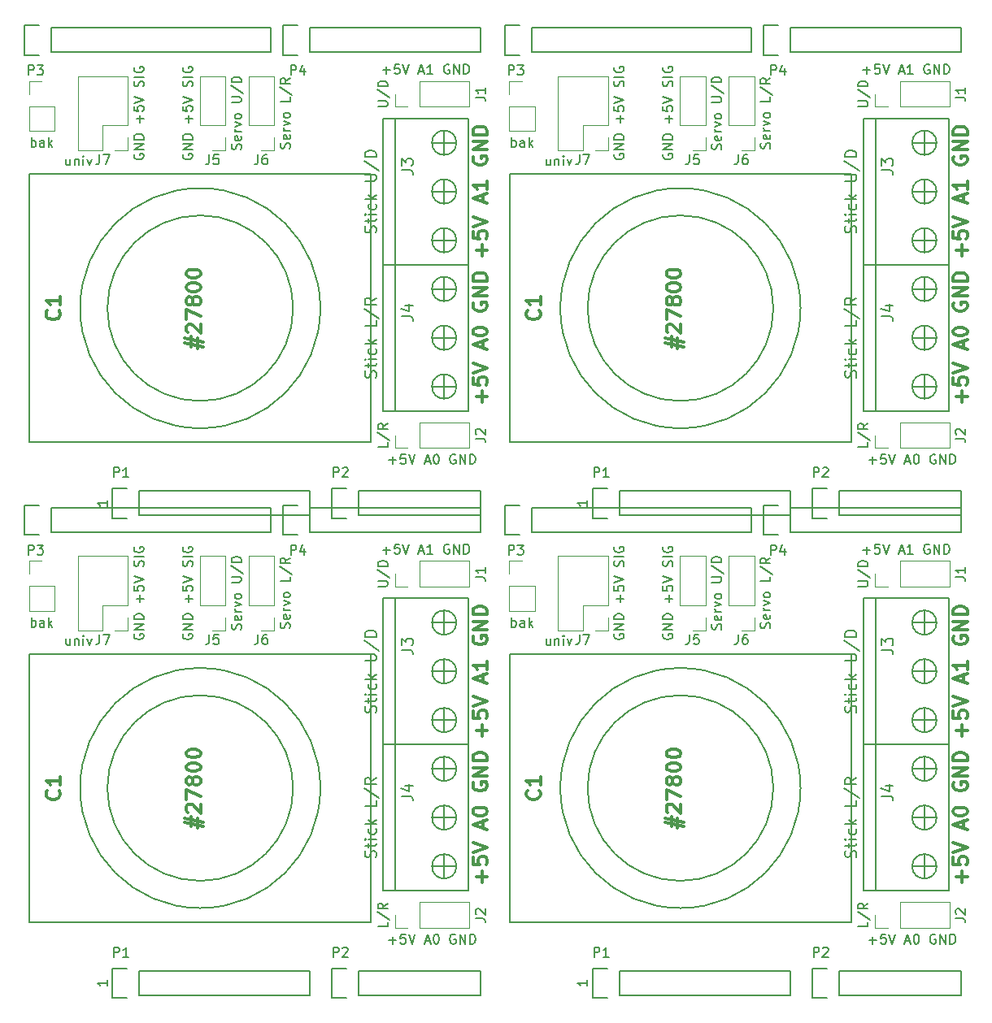
<source format=gto>
G04 #@! TF.FileFunction,Legend,Top*
%FSLAX46Y46*%
G04 Gerber Fmt 4.6, Leading zero omitted, Abs format (unit mm)*
G04 Created by KiCad (PCBNEW 4.0.6) date 02/07/18 21:35:10*
%MOMM*%
%LPD*%
G01*
G04 APERTURE LIST*
%ADD10C,0.100000*%
%ADD11C,0.150000*%
%ADD12C,0.300000*%
%ADD13C,0.120000*%
G04 APERTURE END LIST*
D10*
D11*
X91211809Y-139356429D02*
X91973714Y-139356429D01*
X91592762Y-139737381D02*
X91592762Y-138975476D01*
X92926095Y-138737381D02*
X92449904Y-138737381D01*
X92402285Y-139213571D01*
X92449904Y-139165952D01*
X92545142Y-139118333D01*
X92783238Y-139118333D01*
X92878476Y-139165952D01*
X92926095Y-139213571D01*
X92973714Y-139308810D01*
X92973714Y-139546905D01*
X92926095Y-139642143D01*
X92878476Y-139689762D01*
X92783238Y-139737381D01*
X92545142Y-139737381D01*
X92449904Y-139689762D01*
X92402285Y-139642143D01*
X93259428Y-138737381D02*
X93592761Y-139737381D01*
X93926095Y-138737381D01*
X94973714Y-139451667D02*
X95449905Y-139451667D01*
X94878476Y-139737381D02*
X95211809Y-138737381D01*
X95545143Y-139737381D01*
X96068952Y-138737381D02*
X96164191Y-138737381D01*
X96259429Y-138785000D01*
X96307048Y-138832619D01*
X96354667Y-138927857D01*
X96402286Y-139118333D01*
X96402286Y-139356429D01*
X96354667Y-139546905D01*
X96307048Y-139642143D01*
X96259429Y-139689762D01*
X96164191Y-139737381D01*
X96068952Y-139737381D01*
X95973714Y-139689762D01*
X95926095Y-139642143D01*
X95878476Y-139546905D01*
X95830857Y-139356429D01*
X95830857Y-139118333D01*
X95878476Y-138927857D01*
X95926095Y-138832619D01*
X95973714Y-138785000D01*
X96068952Y-138737381D01*
X98116572Y-138785000D02*
X98021334Y-138737381D01*
X97878477Y-138737381D01*
X97735619Y-138785000D01*
X97640381Y-138880238D01*
X97592762Y-138975476D01*
X97545143Y-139165952D01*
X97545143Y-139308810D01*
X97592762Y-139499286D01*
X97640381Y-139594524D01*
X97735619Y-139689762D01*
X97878477Y-139737381D01*
X97973715Y-139737381D01*
X98116572Y-139689762D01*
X98164191Y-139642143D01*
X98164191Y-139308810D01*
X97973715Y-139308810D01*
X98592762Y-139737381D02*
X98592762Y-138737381D01*
X99164191Y-139737381D01*
X99164191Y-138737381D01*
X99640381Y-139737381D02*
X99640381Y-138737381D01*
X99878476Y-138737381D01*
X100021334Y-138785000D01*
X100116572Y-138880238D01*
X100164191Y-138975476D01*
X100211810Y-139165952D01*
X100211810Y-139308810D01*
X100164191Y-139499286D01*
X100116572Y-139594524D01*
X100021334Y-139689762D01*
X99878476Y-139737381D01*
X99640381Y-139737381D01*
D12*
X100875143Y-118059285D02*
X100875143Y-116916428D01*
X101446571Y-117487857D02*
X100303714Y-117487857D01*
X99946571Y-115487856D02*
X99946571Y-116202142D01*
X100660857Y-116273571D01*
X100589429Y-116202142D01*
X100518000Y-116059285D01*
X100518000Y-115702142D01*
X100589429Y-115559285D01*
X100660857Y-115487856D01*
X100803714Y-115416428D01*
X101160857Y-115416428D01*
X101303714Y-115487856D01*
X101375143Y-115559285D01*
X101446571Y-115702142D01*
X101446571Y-116059285D01*
X101375143Y-116202142D01*
X101303714Y-116273571D01*
X99946571Y-114987857D02*
X101446571Y-114487857D01*
X99946571Y-113987857D01*
X101018000Y-112416429D02*
X101018000Y-111702143D01*
X101446571Y-112559286D02*
X99946571Y-112059286D01*
X101446571Y-111559286D01*
X101446571Y-110273572D02*
X101446571Y-111130715D01*
X101446571Y-110702143D02*
X99946571Y-110702143D01*
X100160857Y-110845000D01*
X100303714Y-110987858D01*
X100375143Y-111130715D01*
X100018000Y-107702144D02*
X99946571Y-107845001D01*
X99946571Y-108059287D01*
X100018000Y-108273572D01*
X100160857Y-108416430D01*
X100303714Y-108487858D01*
X100589429Y-108559287D01*
X100803714Y-108559287D01*
X101089429Y-108487858D01*
X101232286Y-108416430D01*
X101375143Y-108273572D01*
X101446571Y-108059287D01*
X101446571Y-107916430D01*
X101375143Y-107702144D01*
X101303714Y-107630715D01*
X100803714Y-107630715D01*
X100803714Y-107916430D01*
X101446571Y-106987858D02*
X99946571Y-106987858D01*
X101446571Y-106130715D01*
X99946571Y-106130715D01*
X101446571Y-105416429D02*
X99946571Y-105416429D01*
X99946571Y-105059286D01*
X100018000Y-104845001D01*
X100160857Y-104702143D01*
X100303714Y-104630715D01*
X100589429Y-104559286D01*
X100803714Y-104559286D01*
X101089429Y-104630715D01*
X101232286Y-104702143D01*
X101375143Y-104845001D01*
X101446571Y-105059286D01*
X101446571Y-105416429D01*
X100875143Y-133299285D02*
X100875143Y-132156428D01*
X101446571Y-132727857D02*
X100303714Y-132727857D01*
X99946571Y-130727856D02*
X99946571Y-131442142D01*
X100660857Y-131513571D01*
X100589429Y-131442142D01*
X100518000Y-131299285D01*
X100518000Y-130942142D01*
X100589429Y-130799285D01*
X100660857Y-130727856D01*
X100803714Y-130656428D01*
X101160857Y-130656428D01*
X101303714Y-130727856D01*
X101375143Y-130799285D01*
X101446571Y-130942142D01*
X101446571Y-131299285D01*
X101375143Y-131442142D01*
X101303714Y-131513571D01*
X99946571Y-130227857D02*
X101446571Y-129727857D01*
X99946571Y-129227857D01*
X101018000Y-127656429D02*
X101018000Y-126942143D01*
X101446571Y-127799286D02*
X99946571Y-127299286D01*
X101446571Y-126799286D01*
X99946571Y-126013572D02*
X99946571Y-125870715D01*
X100018000Y-125727858D01*
X100089429Y-125656429D01*
X100232286Y-125585000D01*
X100518000Y-125513572D01*
X100875143Y-125513572D01*
X101160857Y-125585000D01*
X101303714Y-125656429D01*
X101375143Y-125727858D01*
X101446571Y-125870715D01*
X101446571Y-126013572D01*
X101375143Y-126156429D01*
X101303714Y-126227858D01*
X101160857Y-126299286D01*
X100875143Y-126370715D01*
X100518000Y-126370715D01*
X100232286Y-126299286D01*
X100089429Y-126227858D01*
X100018000Y-126156429D01*
X99946571Y-126013572D01*
X100018000Y-122942144D02*
X99946571Y-123085001D01*
X99946571Y-123299287D01*
X100018000Y-123513572D01*
X100160857Y-123656430D01*
X100303714Y-123727858D01*
X100589429Y-123799287D01*
X100803714Y-123799287D01*
X101089429Y-123727858D01*
X101232286Y-123656430D01*
X101375143Y-123513572D01*
X101446571Y-123299287D01*
X101446571Y-123156430D01*
X101375143Y-122942144D01*
X101303714Y-122870715D01*
X100803714Y-122870715D01*
X100803714Y-123156430D01*
X101446571Y-122227858D02*
X99946571Y-122227858D01*
X101446571Y-121370715D01*
X99946571Y-121370715D01*
X101446571Y-120656429D02*
X99946571Y-120656429D01*
X99946571Y-120299286D01*
X100018000Y-120085001D01*
X100160857Y-119942143D01*
X100303714Y-119870715D01*
X100589429Y-119799286D01*
X100803714Y-119799286D01*
X101089429Y-119870715D01*
X101232286Y-119942143D01*
X101375143Y-120085001D01*
X101446571Y-120299286D01*
X101446571Y-120656429D01*
D11*
X90576809Y-98716429D02*
X91338714Y-98716429D01*
X90957762Y-99097381D02*
X90957762Y-98335476D01*
X92291095Y-98097381D02*
X91814904Y-98097381D01*
X91767285Y-98573571D01*
X91814904Y-98525952D01*
X91910142Y-98478333D01*
X92148238Y-98478333D01*
X92243476Y-98525952D01*
X92291095Y-98573571D01*
X92338714Y-98668810D01*
X92338714Y-98906905D01*
X92291095Y-99002143D01*
X92243476Y-99049762D01*
X92148238Y-99097381D01*
X91910142Y-99097381D01*
X91814904Y-99049762D01*
X91767285Y-99002143D01*
X92624428Y-98097381D02*
X92957761Y-99097381D01*
X93291095Y-98097381D01*
X94338714Y-98811667D02*
X94814905Y-98811667D01*
X94243476Y-99097381D02*
X94576809Y-98097381D01*
X94910143Y-99097381D01*
X95767286Y-99097381D02*
X95195857Y-99097381D01*
X95481571Y-99097381D02*
X95481571Y-98097381D01*
X95386333Y-98240238D01*
X95291095Y-98335476D01*
X95195857Y-98383095D01*
X97481572Y-98145000D02*
X97386334Y-98097381D01*
X97243477Y-98097381D01*
X97100619Y-98145000D01*
X97005381Y-98240238D01*
X96957762Y-98335476D01*
X96910143Y-98525952D01*
X96910143Y-98668810D01*
X96957762Y-98859286D01*
X97005381Y-98954524D01*
X97100619Y-99049762D01*
X97243477Y-99097381D01*
X97338715Y-99097381D01*
X97481572Y-99049762D01*
X97529191Y-99002143D01*
X97529191Y-98668810D01*
X97338715Y-98668810D01*
X97957762Y-99097381D02*
X97957762Y-98097381D01*
X98529191Y-99097381D01*
X98529191Y-98097381D01*
X99005381Y-99097381D02*
X99005381Y-98097381D01*
X99243476Y-98097381D01*
X99386334Y-98145000D01*
X99481572Y-98240238D01*
X99529191Y-98335476D01*
X99576810Y-98525952D01*
X99576810Y-98668810D01*
X99529191Y-98859286D01*
X99481572Y-98954524D01*
X99386334Y-99049762D01*
X99243476Y-99097381D01*
X99005381Y-99097381D01*
X64708000Y-107446904D02*
X64660381Y-107542142D01*
X64660381Y-107684999D01*
X64708000Y-107827857D01*
X64803238Y-107923095D01*
X64898476Y-107970714D01*
X65088952Y-108018333D01*
X65231810Y-108018333D01*
X65422286Y-107970714D01*
X65517524Y-107923095D01*
X65612762Y-107827857D01*
X65660381Y-107684999D01*
X65660381Y-107589761D01*
X65612762Y-107446904D01*
X65565143Y-107399285D01*
X65231810Y-107399285D01*
X65231810Y-107589761D01*
X65660381Y-106970714D02*
X64660381Y-106970714D01*
X65660381Y-106399285D01*
X64660381Y-106399285D01*
X65660381Y-105923095D02*
X64660381Y-105923095D01*
X64660381Y-105685000D01*
X64708000Y-105542142D01*
X64803238Y-105446904D01*
X64898476Y-105399285D01*
X65088952Y-105351666D01*
X65231810Y-105351666D01*
X65422286Y-105399285D01*
X65517524Y-105446904D01*
X65612762Y-105542142D01*
X65660381Y-105685000D01*
X65660381Y-105923095D01*
X65279429Y-104161190D02*
X65279429Y-103399285D01*
X65660381Y-103780237D02*
X64898476Y-103780237D01*
X64660381Y-102446904D02*
X64660381Y-102923095D01*
X65136571Y-102970714D01*
X65088952Y-102923095D01*
X65041333Y-102827857D01*
X65041333Y-102589761D01*
X65088952Y-102494523D01*
X65136571Y-102446904D01*
X65231810Y-102399285D01*
X65469905Y-102399285D01*
X65565143Y-102446904D01*
X65612762Y-102494523D01*
X65660381Y-102589761D01*
X65660381Y-102827857D01*
X65612762Y-102923095D01*
X65565143Y-102970714D01*
X64660381Y-102113571D02*
X65660381Y-101780238D01*
X64660381Y-101446904D01*
X65612762Y-100399285D02*
X65660381Y-100256428D01*
X65660381Y-100018332D01*
X65612762Y-99923094D01*
X65565143Y-99875475D01*
X65469905Y-99827856D01*
X65374667Y-99827856D01*
X65279429Y-99875475D01*
X65231810Y-99923094D01*
X65184190Y-100018332D01*
X65136571Y-100208809D01*
X65088952Y-100304047D01*
X65041333Y-100351666D01*
X64946095Y-100399285D01*
X64850857Y-100399285D01*
X64755619Y-100351666D01*
X64708000Y-100304047D01*
X64660381Y-100208809D01*
X64660381Y-99970713D01*
X64708000Y-99827856D01*
X65660381Y-99399285D02*
X64660381Y-99399285D01*
X64708000Y-98399285D02*
X64660381Y-98494523D01*
X64660381Y-98637380D01*
X64708000Y-98780238D01*
X64803238Y-98875476D01*
X64898476Y-98923095D01*
X65088952Y-98970714D01*
X65231810Y-98970714D01*
X65422286Y-98923095D01*
X65517524Y-98875476D01*
X65612762Y-98780238D01*
X65660381Y-98637380D01*
X65660381Y-98542142D01*
X65612762Y-98399285D01*
X65565143Y-98351666D01*
X65231810Y-98351666D01*
X65231810Y-98542142D01*
X69788000Y-107446904D02*
X69740381Y-107542142D01*
X69740381Y-107684999D01*
X69788000Y-107827857D01*
X69883238Y-107923095D01*
X69978476Y-107970714D01*
X70168952Y-108018333D01*
X70311810Y-108018333D01*
X70502286Y-107970714D01*
X70597524Y-107923095D01*
X70692762Y-107827857D01*
X70740381Y-107684999D01*
X70740381Y-107589761D01*
X70692762Y-107446904D01*
X70645143Y-107399285D01*
X70311810Y-107399285D01*
X70311810Y-107589761D01*
X70740381Y-106970714D02*
X69740381Y-106970714D01*
X70740381Y-106399285D01*
X69740381Y-106399285D01*
X70740381Y-105923095D02*
X69740381Y-105923095D01*
X69740381Y-105685000D01*
X69788000Y-105542142D01*
X69883238Y-105446904D01*
X69978476Y-105399285D01*
X70168952Y-105351666D01*
X70311810Y-105351666D01*
X70502286Y-105399285D01*
X70597524Y-105446904D01*
X70692762Y-105542142D01*
X70740381Y-105685000D01*
X70740381Y-105923095D01*
X70359429Y-104161190D02*
X70359429Y-103399285D01*
X70740381Y-103780237D02*
X69978476Y-103780237D01*
X69740381Y-102446904D02*
X69740381Y-102923095D01*
X70216571Y-102970714D01*
X70168952Y-102923095D01*
X70121333Y-102827857D01*
X70121333Y-102589761D01*
X70168952Y-102494523D01*
X70216571Y-102446904D01*
X70311810Y-102399285D01*
X70549905Y-102399285D01*
X70645143Y-102446904D01*
X70692762Y-102494523D01*
X70740381Y-102589761D01*
X70740381Y-102827857D01*
X70692762Y-102923095D01*
X70645143Y-102970714D01*
X69740381Y-102113571D02*
X70740381Y-101780238D01*
X69740381Y-101446904D01*
X70692762Y-100399285D02*
X70740381Y-100256428D01*
X70740381Y-100018332D01*
X70692762Y-99923094D01*
X70645143Y-99875475D01*
X70549905Y-99827856D01*
X70454667Y-99827856D01*
X70359429Y-99875475D01*
X70311810Y-99923094D01*
X70264190Y-100018332D01*
X70216571Y-100208809D01*
X70168952Y-100304047D01*
X70121333Y-100351666D01*
X70026095Y-100399285D01*
X69930857Y-100399285D01*
X69835619Y-100351666D01*
X69788000Y-100304047D01*
X69740381Y-100208809D01*
X69740381Y-99970713D01*
X69788000Y-99827856D01*
X70740381Y-99399285D02*
X69740381Y-99399285D01*
X69788000Y-98399285D02*
X69740381Y-98494523D01*
X69740381Y-98637380D01*
X69788000Y-98780238D01*
X69883238Y-98875476D01*
X69978476Y-98923095D01*
X70168952Y-98970714D01*
X70311810Y-98970714D01*
X70502286Y-98923095D01*
X70597524Y-98875476D01*
X70692762Y-98780238D01*
X70740381Y-98637380D01*
X70740381Y-98542142D01*
X70692762Y-98399285D01*
X70645143Y-98351666D01*
X70311810Y-98351666D01*
X70311810Y-98542142D01*
X61850381Y-143539285D02*
X61850381Y-144110714D01*
X61850381Y-143825000D02*
X60850381Y-143825000D01*
X60993238Y-143920238D01*
X61088476Y-144015476D01*
X61136095Y-144110714D01*
X141211809Y-139356429D02*
X141973714Y-139356429D01*
X141592762Y-139737381D02*
X141592762Y-138975476D01*
X142926095Y-138737381D02*
X142449904Y-138737381D01*
X142402285Y-139213571D01*
X142449904Y-139165952D01*
X142545142Y-139118333D01*
X142783238Y-139118333D01*
X142878476Y-139165952D01*
X142926095Y-139213571D01*
X142973714Y-139308810D01*
X142973714Y-139546905D01*
X142926095Y-139642143D01*
X142878476Y-139689762D01*
X142783238Y-139737381D01*
X142545142Y-139737381D01*
X142449904Y-139689762D01*
X142402285Y-139642143D01*
X143259428Y-138737381D02*
X143592761Y-139737381D01*
X143926095Y-138737381D01*
X144973714Y-139451667D02*
X145449905Y-139451667D01*
X144878476Y-139737381D02*
X145211809Y-138737381D01*
X145545143Y-139737381D01*
X146068952Y-138737381D02*
X146164191Y-138737381D01*
X146259429Y-138785000D01*
X146307048Y-138832619D01*
X146354667Y-138927857D01*
X146402286Y-139118333D01*
X146402286Y-139356429D01*
X146354667Y-139546905D01*
X146307048Y-139642143D01*
X146259429Y-139689762D01*
X146164191Y-139737381D01*
X146068952Y-139737381D01*
X145973714Y-139689762D01*
X145926095Y-139642143D01*
X145878476Y-139546905D01*
X145830857Y-139356429D01*
X145830857Y-139118333D01*
X145878476Y-138927857D01*
X145926095Y-138832619D01*
X145973714Y-138785000D01*
X146068952Y-138737381D01*
X148116572Y-138785000D02*
X148021334Y-138737381D01*
X147878477Y-138737381D01*
X147735619Y-138785000D01*
X147640381Y-138880238D01*
X147592762Y-138975476D01*
X147545143Y-139165952D01*
X147545143Y-139308810D01*
X147592762Y-139499286D01*
X147640381Y-139594524D01*
X147735619Y-139689762D01*
X147878477Y-139737381D01*
X147973715Y-139737381D01*
X148116572Y-139689762D01*
X148164191Y-139642143D01*
X148164191Y-139308810D01*
X147973715Y-139308810D01*
X148592762Y-139737381D02*
X148592762Y-138737381D01*
X149164191Y-139737381D01*
X149164191Y-138737381D01*
X149640381Y-139737381D02*
X149640381Y-138737381D01*
X149878476Y-138737381D01*
X150021334Y-138785000D01*
X150116572Y-138880238D01*
X150164191Y-138975476D01*
X150211810Y-139165952D01*
X150211810Y-139308810D01*
X150164191Y-139499286D01*
X150116572Y-139594524D01*
X150021334Y-139689762D01*
X149878476Y-139737381D01*
X149640381Y-139737381D01*
D12*
X150875143Y-118059285D02*
X150875143Y-116916428D01*
X151446571Y-117487857D02*
X150303714Y-117487857D01*
X149946571Y-115487856D02*
X149946571Y-116202142D01*
X150660857Y-116273571D01*
X150589429Y-116202142D01*
X150518000Y-116059285D01*
X150518000Y-115702142D01*
X150589429Y-115559285D01*
X150660857Y-115487856D01*
X150803714Y-115416428D01*
X151160857Y-115416428D01*
X151303714Y-115487856D01*
X151375143Y-115559285D01*
X151446571Y-115702142D01*
X151446571Y-116059285D01*
X151375143Y-116202142D01*
X151303714Y-116273571D01*
X149946571Y-114987857D02*
X151446571Y-114487857D01*
X149946571Y-113987857D01*
X151018000Y-112416429D02*
X151018000Y-111702143D01*
X151446571Y-112559286D02*
X149946571Y-112059286D01*
X151446571Y-111559286D01*
X151446571Y-110273572D02*
X151446571Y-111130715D01*
X151446571Y-110702143D02*
X149946571Y-110702143D01*
X150160857Y-110845000D01*
X150303714Y-110987858D01*
X150375143Y-111130715D01*
X150018000Y-107702144D02*
X149946571Y-107845001D01*
X149946571Y-108059287D01*
X150018000Y-108273572D01*
X150160857Y-108416430D01*
X150303714Y-108487858D01*
X150589429Y-108559287D01*
X150803714Y-108559287D01*
X151089429Y-108487858D01*
X151232286Y-108416430D01*
X151375143Y-108273572D01*
X151446571Y-108059287D01*
X151446571Y-107916430D01*
X151375143Y-107702144D01*
X151303714Y-107630715D01*
X150803714Y-107630715D01*
X150803714Y-107916430D01*
X151446571Y-106987858D02*
X149946571Y-106987858D01*
X151446571Y-106130715D01*
X149946571Y-106130715D01*
X151446571Y-105416429D02*
X149946571Y-105416429D01*
X149946571Y-105059286D01*
X150018000Y-104845001D01*
X150160857Y-104702143D01*
X150303714Y-104630715D01*
X150589429Y-104559286D01*
X150803714Y-104559286D01*
X151089429Y-104630715D01*
X151232286Y-104702143D01*
X151375143Y-104845001D01*
X151446571Y-105059286D01*
X151446571Y-105416429D01*
X150875143Y-133299285D02*
X150875143Y-132156428D01*
X151446571Y-132727857D02*
X150303714Y-132727857D01*
X149946571Y-130727856D02*
X149946571Y-131442142D01*
X150660857Y-131513571D01*
X150589429Y-131442142D01*
X150518000Y-131299285D01*
X150518000Y-130942142D01*
X150589429Y-130799285D01*
X150660857Y-130727856D01*
X150803714Y-130656428D01*
X151160857Y-130656428D01*
X151303714Y-130727856D01*
X151375143Y-130799285D01*
X151446571Y-130942142D01*
X151446571Y-131299285D01*
X151375143Y-131442142D01*
X151303714Y-131513571D01*
X149946571Y-130227857D02*
X151446571Y-129727857D01*
X149946571Y-129227857D01*
X151018000Y-127656429D02*
X151018000Y-126942143D01*
X151446571Y-127799286D02*
X149946571Y-127299286D01*
X151446571Y-126799286D01*
X149946571Y-126013572D02*
X149946571Y-125870715D01*
X150018000Y-125727858D01*
X150089429Y-125656429D01*
X150232286Y-125585000D01*
X150518000Y-125513572D01*
X150875143Y-125513572D01*
X151160857Y-125585000D01*
X151303714Y-125656429D01*
X151375143Y-125727858D01*
X151446571Y-125870715D01*
X151446571Y-126013572D01*
X151375143Y-126156429D01*
X151303714Y-126227858D01*
X151160857Y-126299286D01*
X150875143Y-126370715D01*
X150518000Y-126370715D01*
X150232286Y-126299286D01*
X150089429Y-126227858D01*
X150018000Y-126156429D01*
X149946571Y-126013572D01*
X150018000Y-122942144D02*
X149946571Y-123085001D01*
X149946571Y-123299287D01*
X150018000Y-123513572D01*
X150160857Y-123656430D01*
X150303714Y-123727858D01*
X150589429Y-123799287D01*
X150803714Y-123799287D01*
X151089429Y-123727858D01*
X151232286Y-123656430D01*
X151375143Y-123513572D01*
X151446571Y-123299287D01*
X151446571Y-123156430D01*
X151375143Y-122942144D01*
X151303714Y-122870715D01*
X150803714Y-122870715D01*
X150803714Y-123156430D01*
X151446571Y-122227858D02*
X149946571Y-122227858D01*
X151446571Y-121370715D01*
X149946571Y-121370715D01*
X151446571Y-120656429D02*
X149946571Y-120656429D01*
X149946571Y-120299286D01*
X150018000Y-120085001D01*
X150160857Y-119942143D01*
X150303714Y-119870715D01*
X150589429Y-119799286D01*
X150803714Y-119799286D01*
X151089429Y-119870715D01*
X151232286Y-119942143D01*
X151375143Y-120085001D01*
X151446571Y-120299286D01*
X151446571Y-120656429D01*
D11*
X140576809Y-98716429D02*
X141338714Y-98716429D01*
X140957762Y-99097381D02*
X140957762Y-98335476D01*
X142291095Y-98097381D02*
X141814904Y-98097381D01*
X141767285Y-98573571D01*
X141814904Y-98525952D01*
X141910142Y-98478333D01*
X142148238Y-98478333D01*
X142243476Y-98525952D01*
X142291095Y-98573571D01*
X142338714Y-98668810D01*
X142338714Y-98906905D01*
X142291095Y-99002143D01*
X142243476Y-99049762D01*
X142148238Y-99097381D01*
X141910142Y-99097381D01*
X141814904Y-99049762D01*
X141767285Y-99002143D01*
X142624428Y-98097381D02*
X142957761Y-99097381D01*
X143291095Y-98097381D01*
X144338714Y-98811667D02*
X144814905Y-98811667D01*
X144243476Y-99097381D02*
X144576809Y-98097381D01*
X144910143Y-99097381D01*
X145767286Y-99097381D02*
X145195857Y-99097381D01*
X145481571Y-99097381D02*
X145481571Y-98097381D01*
X145386333Y-98240238D01*
X145291095Y-98335476D01*
X145195857Y-98383095D01*
X147481572Y-98145000D02*
X147386334Y-98097381D01*
X147243477Y-98097381D01*
X147100619Y-98145000D01*
X147005381Y-98240238D01*
X146957762Y-98335476D01*
X146910143Y-98525952D01*
X146910143Y-98668810D01*
X146957762Y-98859286D01*
X147005381Y-98954524D01*
X147100619Y-99049762D01*
X147243477Y-99097381D01*
X147338715Y-99097381D01*
X147481572Y-99049762D01*
X147529191Y-99002143D01*
X147529191Y-98668810D01*
X147338715Y-98668810D01*
X147957762Y-99097381D02*
X147957762Y-98097381D01*
X148529191Y-99097381D01*
X148529191Y-98097381D01*
X149005381Y-99097381D02*
X149005381Y-98097381D01*
X149243476Y-98097381D01*
X149386334Y-98145000D01*
X149481572Y-98240238D01*
X149529191Y-98335476D01*
X149576810Y-98525952D01*
X149576810Y-98668810D01*
X149529191Y-98859286D01*
X149481572Y-98954524D01*
X149386334Y-99049762D01*
X149243476Y-99097381D01*
X149005381Y-99097381D01*
X114708000Y-107446904D02*
X114660381Y-107542142D01*
X114660381Y-107684999D01*
X114708000Y-107827857D01*
X114803238Y-107923095D01*
X114898476Y-107970714D01*
X115088952Y-108018333D01*
X115231810Y-108018333D01*
X115422286Y-107970714D01*
X115517524Y-107923095D01*
X115612762Y-107827857D01*
X115660381Y-107684999D01*
X115660381Y-107589761D01*
X115612762Y-107446904D01*
X115565143Y-107399285D01*
X115231810Y-107399285D01*
X115231810Y-107589761D01*
X115660381Y-106970714D02*
X114660381Y-106970714D01*
X115660381Y-106399285D01*
X114660381Y-106399285D01*
X115660381Y-105923095D02*
X114660381Y-105923095D01*
X114660381Y-105685000D01*
X114708000Y-105542142D01*
X114803238Y-105446904D01*
X114898476Y-105399285D01*
X115088952Y-105351666D01*
X115231810Y-105351666D01*
X115422286Y-105399285D01*
X115517524Y-105446904D01*
X115612762Y-105542142D01*
X115660381Y-105685000D01*
X115660381Y-105923095D01*
X115279429Y-104161190D02*
X115279429Y-103399285D01*
X115660381Y-103780237D02*
X114898476Y-103780237D01*
X114660381Y-102446904D02*
X114660381Y-102923095D01*
X115136571Y-102970714D01*
X115088952Y-102923095D01*
X115041333Y-102827857D01*
X115041333Y-102589761D01*
X115088952Y-102494523D01*
X115136571Y-102446904D01*
X115231810Y-102399285D01*
X115469905Y-102399285D01*
X115565143Y-102446904D01*
X115612762Y-102494523D01*
X115660381Y-102589761D01*
X115660381Y-102827857D01*
X115612762Y-102923095D01*
X115565143Y-102970714D01*
X114660381Y-102113571D02*
X115660381Y-101780238D01*
X114660381Y-101446904D01*
X115612762Y-100399285D02*
X115660381Y-100256428D01*
X115660381Y-100018332D01*
X115612762Y-99923094D01*
X115565143Y-99875475D01*
X115469905Y-99827856D01*
X115374667Y-99827856D01*
X115279429Y-99875475D01*
X115231810Y-99923094D01*
X115184190Y-100018332D01*
X115136571Y-100208809D01*
X115088952Y-100304047D01*
X115041333Y-100351666D01*
X114946095Y-100399285D01*
X114850857Y-100399285D01*
X114755619Y-100351666D01*
X114708000Y-100304047D01*
X114660381Y-100208809D01*
X114660381Y-99970713D01*
X114708000Y-99827856D01*
X115660381Y-99399285D02*
X114660381Y-99399285D01*
X114708000Y-98399285D02*
X114660381Y-98494523D01*
X114660381Y-98637380D01*
X114708000Y-98780238D01*
X114803238Y-98875476D01*
X114898476Y-98923095D01*
X115088952Y-98970714D01*
X115231810Y-98970714D01*
X115422286Y-98923095D01*
X115517524Y-98875476D01*
X115612762Y-98780238D01*
X115660381Y-98637380D01*
X115660381Y-98542142D01*
X115612762Y-98399285D01*
X115565143Y-98351666D01*
X115231810Y-98351666D01*
X115231810Y-98542142D01*
X119788000Y-107446904D02*
X119740381Y-107542142D01*
X119740381Y-107684999D01*
X119788000Y-107827857D01*
X119883238Y-107923095D01*
X119978476Y-107970714D01*
X120168952Y-108018333D01*
X120311810Y-108018333D01*
X120502286Y-107970714D01*
X120597524Y-107923095D01*
X120692762Y-107827857D01*
X120740381Y-107684999D01*
X120740381Y-107589761D01*
X120692762Y-107446904D01*
X120645143Y-107399285D01*
X120311810Y-107399285D01*
X120311810Y-107589761D01*
X120740381Y-106970714D02*
X119740381Y-106970714D01*
X120740381Y-106399285D01*
X119740381Y-106399285D01*
X120740381Y-105923095D02*
X119740381Y-105923095D01*
X119740381Y-105685000D01*
X119788000Y-105542142D01*
X119883238Y-105446904D01*
X119978476Y-105399285D01*
X120168952Y-105351666D01*
X120311810Y-105351666D01*
X120502286Y-105399285D01*
X120597524Y-105446904D01*
X120692762Y-105542142D01*
X120740381Y-105685000D01*
X120740381Y-105923095D01*
X120359429Y-104161190D02*
X120359429Y-103399285D01*
X120740381Y-103780237D02*
X119978476Y-103780237D01*
X119740381Y-102446904D02*
X119740381Y-102923095D01*
X120216571Y-102970714D01*
X120168952Y-102923095D01*
X120121333Y-102827857D01*
X120121333Y-102589761D01*
X120168952Y-102494523D01*
X120216571Y-102446904D01*
X120311810Y-102399285D01*
X120549905Y-102399285D01*
X120645143Y-102446904D01*
X120692762Y-102494523D01*
X120740381Y-102589761D01*
X120740381Y-102827857D01*
X120692762Y-102923095D01*
X120645143Y-102970714D01*
X119740381Y-102113571D02*
X120740381Y-101780238D01*
X119740381Y-101446904D01*
X120692762Y-100399285D02*
X120740381Y-100256428D01*
X120740381Y-100018332D01*
X120692762Y-99923094D01*
X120645143Y-99875475D01*
X120549905Y-99827856D01*
X120454667Y-99827856D01*
X120359429Y-99875475D01*
X120311810Y-99923094D01*
X120264190Y-100018332D01*
X120216571Y-100208809D01*
X120168952Y-100304047D01*
X120121333Y-100351666D01*
X120026095Y-100399285D01*
X119930857Y-100399285D01*
X119835619Y-100351666D01*
X119788000Y-100304047D01*
X119740381Y-100208809D01*
X119740381Y-99970713D01*
X119788000Y-99827856D01*
X120740381Y-99399285D02*
X119740381Y-99399285D01*
X119788000Y-98399285D02*
X119740381Y-98494523D01*
X119740381Y-98637380D01*
X119788000Y-98780238D01*
X119883238Y-98875476D01*
X119978476Y-98923095D01*
X120168952Y-98970714D01*
X120311810Y-98970714D01*
X120502286Y-98923095D01*
X120597524Y-98875476D01*
X120692762Y-98780238D01*
X120740381Y-98637380D01*
X120740381Y-98542142D01*
X120692762Y-98399285D01*
X120645143Y-98351666D01*
X120311810Y-98351666D01*
X120311810Y-98542142D01*
X111850381Y-143539285D02*
X111850381Y-144110714D01*
X111850381Y-143825000D02*
X110850381Y-143825000D01*
X110993238Y-143920238D01*
X111088476Y-144015476D01*
X111136095Y-144110714D01*
X91211809Y-89356429D02*
X91973714Y-89356429D01*
X91592762Y-89737381D02*
X91592762Y-88975476D01*
X92926095Y-88737381D02*
X92449904Y-88737381D01*
X92402285Y-89213571D01*
X92449904Y-89165952D01*
X92545142Y-89118333D01*
X92783238Y-89118333D01*
X92878476Y-89165952D01*
X92926095Y-89213571D01*
X92973714Y-89308810D01*
X92973714Y-89546905D01*
X92926095Y-89642143D01*
X92878476Y-89689762D01*
X92783238Y-89737381D01*
X92545142Y-89737381D01*
X92449904Y-89689762D01*
X92402285Y-89642143D01*
X93259428Y-88737381D02*
X93592761Y-89737381D01*
X93926095Y-88737381D01*
X94973714Y-89451667D02*
X95449905Y-89451667D01*
X94878476Y-89737381D02*
X95211809Y-88737381D01*
X95545143Y-89737381D01*
X96068952Y-88737381D02*
X96164191Y-88737381D01*
X96259429Y-88785000D01*
X96307048Y-88832619D01*
X96354667Y-88927857D01*
X96402286Y-89118333D01*
X96402286Y-89356429D01*
X96354667Y-89546905D01*
X96307048Y-89642143D01*
X96259429Y-89689762D01*
X96164191Y-89737381D01*
X96068952Y-89737381D01*
X95973714Y-89689762D01*
X95926095Y-89642143D01*
X95878476Y-89546905D01*
X95830857Y-89356429D01*
X95830857Y-89118333D01*
X95878476Y-88927857D01*
X95926095Y-88832619D01*
X95973714Y-88785000D01*
X96068952Y-88737381D01*
X98116572Y-88785000D02*
X98021334Y-88737381D01*
X97878477Y-88737381D01*
X97735619Y-88785000D01*
X97640381Y-88880238D01*
X97592762Y-88975476D01*
X97545143Y-89165952D01*
X97545143Y-89308810D01*
X97592762Y-89499286D01*
X97640381Y-89594524D01*
X97735619Y-89689762D01*
X97878477Y-89737381D01*
X97973715Y-89737381D01*
X98116572Y-89689762D01*
X98164191Y-89642143D01*
X98164191Y-89308810D01*
X97973715Y-89308810D01*
X98592762Y-89737381D02*
X98592762Y-88737381D01*
X99164191Y-89737381D01*
X99164191Y-88737381D01*
X99640381Y-89737381D02*
X99640381Y-88737381D01*
X99878476Y-88737381D01*
X100021334Y-88785000D01*
X100116572Y-88880238D01*
X100164191Y-88975476D01*
X100211810Y-89165952D01*
X100211810Y-89308810D01*
X100164191Y-89499286D01*
X100116572Y-89594524D01*
X100021334Y-89689762D01*
X99878476Y-89737381D01*
X99640381Y-89737381D01*
D12*
X100875143Y-68059285D02*
X100875143Y-66916428D01*
X101446571Y-67487857D02*
X100303714Y-67487857D01*
X99946571Y-65487856D02*
X99946571Y-66202142D01*
X100660857Y-66273571D01*
X100589429Y-66202142D01*
X100518000Y-66059285D01*
X100518000Y-65702142D01*
X100589429Y-65559285D01*
X100660857Y-65487856D01*
X100803714Y-65416428D01*
X101160857Y-65416428D01*
X101303714Y-65487856D01*
X101375143Y-65559285D01*
X101446571Y-65702142D01*
X101446571Y-66059285D01*
X101375143Y-66202142D01*
X101303714Y-66273571D01*
X99946571Y-64987857D02*
X101446571Y-64487857D01*
X99946571Y-63987857D01*
X101018000Y-62416429D02*
X101018000Y-61702143D01*
X101446571Y-62559286D02*
X99946571Y-62059286D01*
X101446571Y-61559286D01*
X101446571Y-60273572D02*
X101446571Y-61130715D01*
X101446571Y-60702143D02*
X99946571Y-60702143D01*
X100160857Y-60845000D01*
X100303714Y-60987858D01*
X100375143Y-61130715D01*
X100018000Y-57702144D02*
X99946571Y-57845001D01*
X99946571Y-58059287D01*
X100018000Y-58273572D01*
X100160857Y-58416430D01*
X100303714Y-58487858D01*
X100589429Y-58559287D01*
X100803714Y-58559287D01*
X101089429Y-58487858D01*
X101232286Y-58416430D01*
X101375143Y-58273572D01*
X101446571Y-58059287D01*
X101446571Y-57916430D01*
X101375143Y-57702144D01*
X101303714Y-57630715D01*
X100803714Y-57630715D01*
X100803714Y-57916430D01*
X101446571Y-56987858D02*
X99946571Y-56987858D01*
X101446571Y-56130715D01*
X99946571Y-56130715D01*
X101446571Y-55416429D02*
X99946571Y-55416429D01*
X99946571Y-55059286D01*
X100018000Y-54845001D01*
X100160857Y-54702143D01*
X100303714Y-54630715D01*
X100589429Y-54559286D01*
X100803714Y-54559286D01*
X101089429Y-54630715D01*
X101232286Y-54702143D01*
X101375143Y-54845001D01*
X101446571Y-55059286D01*
X101446571Y-55416429D01*
X100875143Y-83299285D02*
X100875143Y-82156428D01*
X101446571Y-82727857D02*
X100303714Y-82727857D01*
X99946571Y-80727856D02*
X99946571Y-81442142D01*
X100660857Y-81513571D01*
X100589429Y-81442142D01*
X100518000Y-81299285D01*
X100518000Y-80942142D01*
X100589429Y-80799285D01*
X100660857Y-80727856D01*
X100803714Y-80656428D01*
X101160857Y-80656428D01*
X101303714Y-80727856D01*
X101375143Y-80799285D01*
X101446571Y-80942142D01*
X101446571Y-81299285D01*
X101375143Y-81442142D01*
X101303714Y-81513571D01*
X99946571Y-80227857D02*
X101446571Y-79727857D01*
X99946571Y-79227857D01*
X101018000Y-77656429D02*
X101018000Y-76942143D01*
X101446571Y-77799286D02*
X99946571Y-77299286D01*
X101446571Y-76799286D01*
X99946571Y-76013572D02*
X99946571Y-75870715D01*
X100018000Y-75727858D01*
X100089429Y-75656429D01*
X100232286Y-75585000D01*
X100518000Y-75513572D01*
X100875143Y-75513572D01*
X101160857Y-75585000D01*
X101303714Y-75656429D01*
X101375143Y-75727858D01*
X101446571Y-75870715D01*
X101446571Y-76013572D01*
X101375143Y-76156429D01*
X101303714Y-76227858D01*
X101160857Y-76299286D01*
X100875143Y-76370715D01*
X100518000Y-76370715D01*
X100232286Y-76299286D01*
X100089429Y-76227858D01*
X100018000Y-76156429D01*
X99946571Y-76013572D01*
X100018000Y-72942144D02*
X99946571Y-73085001D01*
X99946571Y-73299287D01*
X100018000Y-73513572D01*
X100160857Y-73656430D01*
X100303714Y-73727858D01*
X100589429Y-73799287D01*
X100803714Y-73799287D01*
X101089429Y-73727858D01*
X101232286Y-73656430D01*
X101375143Y-73513572D01*
X101446571Y-73299287D01*
X101446571Y-73156430D01*
X101375143Y-72942144D01*
X101303714Y-72870715D01*
X100803714Y-72870715D01*
X100803714Y-73156430D01*
X101446571Y-72227858D02*
X99946571Y-72227858D01*
X101446571Y-71370715D01*
X99946571Y-71370715D01*
X101446571Y-70656429D02*
X99946571Y-70656429D01*
X99946571Y-70299286D01*
X100018000Y-70085001D01*
X100160857Y-69942143D01*
X100303714Y-69870715D01*
X100589429Y-69799286D01*
X100803714Y-69799286D01*
X101089429Y-69870715D01*
X101232286Y-69942143D01*
X101375143Y-70085001D01*
X101446571Y-70299286D01*
X101446571Y-70656429D01*
D11*
X90576809Y-48716429D02*
X91338714Y-48716429D01*
X90957762Y-49097381D02*
X90957762Y-48335476D01*
X92291095Y-48097381D02*
X91814904Y-48097381D01*
X91767285Y-48573571D01*
X91814904Y-48525952D01*
X91910142Y-48478333D01*
X92148238Y-48478333D01*
X92243476Y-48525952D01*
X92291095Y-48573571D01*
X92338714Y-48668810D01*
X92338714Y-48906905D01*
X92291095Y-49002143D01*
X92243476Y-49049762D01*
X92148238Y-49097381D01*
X91910142Y-49097381D01*
X91814904Y-49049762D01*
X91767285Y-49002143D01*
X92624428Y-48097381D02*
X92957761Y-49097381D01*
X93291095Y-48097381D01*
X94338714Y-48811667D02*
X94814905Y-48811667D01*
X94243476Y-49097381D02*
X94576809Y-48097381D01*
X94910143Y-49097381D01*
X95767286Y-49097381D02*
X95195857Y-49097381D01*
X95481571Y-49097381D02*
X95481571Y-48097381D01*
X95386333Y-48240238D01*
X95291095Y-48335476D01*
X95195857Y-48383095D01*
X97481572Y-48145000D02*
X97386334Y-48097381D01*
X97243477Y-48097381D01*
X97100619Y-48145000D01*
X97005381Y-48240238D01*
X96957762Y-48335476D01*
X96910143Y-48525952D01*
X96910143Y-48668810D01*
X96957762Y-48859286D01*
X97005381Y-48954524D01*
X97100619Y-49049762D01*
X97243477Y-49097381D01*
X97338715Y-49097381D01*
X97481572Y-49049762D01*
X97529191Y-49002143D01*
X97529191Y-48668810D01*
X97338715Y-48668810D01*
X97957762Y-49097381D02*
X97957762Y-48097381D01*
X98529191Y-49097381D01*
X98529191Y-48097381D01*
X99005381Y-49097381D02*
X99005381Y-48097381D01*
X99243476Y-48097381D01*
X99386334Y-48145000D01*
X99481572Y-48240238D01*
X99529191Y-48335476D01*
X99576810Y-48525952D01*
X99576810Y-48668810D01*
X99529191Y-48859286D01*
X99481572Y-48954524D01*
X99386334Y-49049762D01*
X99243476Y-49097381D01*
X99005381Y-49097381D01*
X64708000Y-57446904D02*
X64660381Y-57542142D01*
X64660381Y-57684999D01*
X64708000Y-57827857D01*
X64803238Y-57923095D01*
X64898476Y-57970714D01*
X65088952Y-58018333D01*
X65231810Y-58018333D01*
X65422286Y-57970714D01*
X65517524Y-57923095D01*
X65612762Y-57827857D01*
X65660381Y-57684999D01*
X65660381Y-57589761D01*
X65612762Y-57446904D01*
X65565143Y-57399285D01*
X65231810Y-57399285D01*
X65231810Y-57589761D01*
X65660381Y-56970714D02*
X64660381Y-56970714D01*
X65660381Y-56399285D01*
X64660381Y-56399285D01*
X65660381Y-55923095D02*
X64660381Y-55923095D01*
X64660381Y-55685000D01*
X64708000Y-55542142D01*
X64803238Y-55446904D01*
X64898476Y-55399285D01*
X65088952Y-55351666D01*
X65231810Y-55351666D01*
X65422286Y-55399285D01*
X65517524Y-55446904D01*
X65612762Y-55542142D01*
X65660381Y-55685000D01*
X65660381Y-55923095D01*
X65279429Y-54161190D02*
X65279429Y-53399285D01*
X65660381Y-53780237D02*
X64898476Y-53780237D01*
X64660381Y-52446904D02*
X64660381Y-52923095D01*
X65136571Y-52970714D01*
X65088952Y-52923095D01*
X65041333Y-52827857D01*
X65041333Y-52589761D01*
X65088952Y-52494523D01*
X65136571Y-52446904D01*
X65231810Y-52399285D01*
X65469905Y-52399285D01*
X65565143Y-52446904D01*
X65612762Y-52494523D01*
X65660381Y-52589761D01*
X65660381Y-52827857D01*
X65612762Y-52923095D01*
X65565143Y-52970714D01*
X64660381Y-52113571D02*
X65660381Y-51780238D01*
X64660381Y-51446904D01*
X65612762Y-50399285D02*
X65660381Y-50256428D01*
X65660381Y-50018332D01*
X65612762Y-49923094D01*
X65565143Y-49875475D01*
X65469905Y-49827856D01*
X65374667Y-49827856D01*
X65279429Y-49875475D01*
X65231810Y-49923094D01*
X65184190Y-50018332D01*
X65136571Y-50208809D01*
X65088952Y-50304047D01*
X65041333Y-50351666D01*
X64946095Y-50399285D01*
X64850857Y-50399285D01*
X64755619Y-50351666D01*
X64708000Y-50304047D01*
X64660381Y-50208809D01*
X64660381Y-49970713D01*
X64708000Y-49827856D01*
X65660381Y-49399285D02*
X64660381Y-49399285D01*
X64708000Y-48399285D02*
X64660381Y-48494523D01*
X64660381Y-48637380D01*
X64708000Y-48780238D01*
X64803238Y-48875476D01*
X64898476Y-48923095D01*
X65088952Y-48970714D01*
X65231810Y-48970714D01*
X65422286Y-48923095D01*
X65517524Y-48875476D01*
X65612762Y-48780238D01*
X65660381Y-48637380D01*
X65660381Y-48542142D01*
X65612762Y-48399285D01*
X65565143Y-48351666D01*
X65231810Y-48351666D01*
X65231810Y-48542142D01*
X69788000Y-57446904D02*
X69740381Y-57542142D01*
X69740381Y-57684999D01*
X69788000Y-57827857D01*
X69883238Y-57923095D01*
X69978476Y-57970714D01*
X70168952Y-58018333D01*
X70311810Y-58018333D01*
X70502286Y-57970714D01*
X70597524Y-57923095D01*
X70692762Y-57827857D01*
X70740381Y-57684999D01*
X70740381Y-57589761D01*
X70692762Y-57446904D01*
X70645143Y-57399285D01*
X70311810Y-57399285D01*
X70311810Y-57589761D01*
X70740381Y-56970714D02*
X69740381Y-56970714D01*
X70740381Y-56399285D01*
X69740381Y-56399285D01*
X70740381Y-55923095D02*
X69740381Y-55923095D01*
X69740381Y-55685000D01*
X69788000Y-55542142D01*
X69883238Y-55446904D01*
X69978476Y-55399285D01*
X70168952Y-55351666D01*
X70311810Y-55351666D01*
X70502286Y-55399285D01*
X70597524Y-55446904D01*
X70692762Y-55542142D01*
X70740381Y-55685000D01*
X70740381Y-55923095D01*
X70359429Y-54161190D02*
X70359429Y-53399285D01*
X70740381Y-53780237D02*
X69978476Y-53780237D01*
X69740381Y-52446904D02*
X69740381Y-52923095D01*
X70216571Y-52970714D01*
X70168952Y-52923095D01*
X70121333Y-52827857D01*
X70121333Y-52589761D01*
X70168952Y-52494523D01*
X70216571Y-52446904D01*
X70311810Y-52399285D01*
X70549905Y-52399285D01*
X70645143Y-52446904D01*
X70692762Y-52494523D01*
X70740381Y-52589761D01*
X70740381Y-52827857D01*
X70692762Y-52923095D01*
X70645143Y-52970714D01*
X69740381Y-52113571D02*
X70740381Y-51780238D01*
X69740381Y-51446904D01*
X70692762Y-50399285D02*
X70740381Y-50256428D01*
X70740381Y-50018332D01*
X70692762Y-49923094D01*
X70645143Y-49875475D01*
X70549905Y-49827856D01*
X70454667Y-49827856D01*
X70359429Y-49875475D01*
X70311810Y-49923094D01*
X70264190Y-50018332D01*
X70216571Y-50208809D01*
X70168952Y-50304047D01*
X70121333Y-50351666D01*
X70026095Y-50399285D01*
X69930857Y-50399285D01*
X69835619Y-50351666D01*
X69788000Y-50304047D01*
X69740381Y-50208809D01*
X69740381Y-49970713D01*
X69788000Y-49827856D01*
X70740381Y-49399285D02*
X69740381Y-49399285D01*
X69788000Y-48399285D02*
X69740381Y-48494523D01*
X69740381Y-48637380D01*
X69788000Y-48780238D01*
X69883238Y-48875476D01*
X69978476Y-48923095D01*
X70168952Y-48970714D01*
X70311810Y-48970714D01*
X70502286Y-48923095D01*
X70597524Y-48875476D01*
X70692762Y-48780238D01*
X70740381Y-48637380D01*
X70740381Y-48542142D01*
X70692762Y-48399285D01*
X70645143Y-48351666D01*
X70311810Y-48351666D01*
X70311810Y-48542142D01*
X61850381Y-93539285D02*
X61850381Y-94110714D01*
X61850381Y-93825000D02*
X60850381Y-93825000D01*
X60993238Y-93920238D01*
X61088476Y-94015476D01*
X61136095Y-94110714D01*
X141211809Y-89356429D02*
X141973714Y-89356429D01*
X141592762Y-89737381D02*
X141592762Y-88975476D01*
X142926095Y-88737381D02*
X142449904Y-88737381D01*
X142402285Y-89213571D01*
X142449904Y-89165952D01*
X142545142Y-89118333D01*
X142783238Y-89118333D01*
X142878476Y-89165952D01*
X142926095Y-89213571D01*
X142973714Y-89308810D01*
X142973714Y-89546905D01*
X142926095Y-89642143D01*
X142878476Y-89689762D01*
X142783238Y-89737381D01*
X142545142Y-89737381D01*
X142449904Y-89689762D01*
X142402285Y-89642143D01*
X143259428Y-88737381D02*
X143592761Y-89737381D01*
X143926095Y-88737381D01*
X144973714Y-89451667D02*
X145449905Y-89451667D01*
X144878476Y-89737381D02*
X145211809Y-88737381D01*
X145545143Y-89737381D01*
X146068952Y-88737381D02*
X146164191Y-88737381D01*
X146259429Y-88785000D01*
X146307048Y-88832619D01*
X146354667Y-88927857D01*
X146402286Y-89118333D01*
X146402286Y-89356429D01*
X146354667Y-89546905D01*
X146307048Y-89642143D01*
X146259429Y-89689762D01*
X146164191Y-89737381D01*
X146068952Y-89737381D01*
X145973714Y-89689762D01*
X145926095Y-89642143D01*
X145878476Y-89546905D01*
X145830857Y-89356429D01*
X145830857Y-89118333D01*
X145878476Y-88927857D01*
X145926095Y-88832619D01*
X145973714Y-88785000D01*
X146068952Y-88737381D01*
X148116572Y-88785000D02*
X148021334Y-88737381D01*
X147878477Y-88737381D01*
X147735619Y-88785000D01*
X147640381Y-88880238D01*
X147592762Y-88975476D01*
X147545143Y-89165952D01*
X147545143Y-89308810D01*
X147592762Y-89499286D01*
X147640381Y-89594524D01*
X147735619Y-89689762D01*
X147878477Y-89737381D01*
X147973715Y-89737381D01*
X148116572Y-89689762D01*
X148164191Y-89642143D01*
X148164191Y-89308810D01*
X147973715Y-89308810D01*
X148592762Y-89737381D02*
X148592762Y-88737381D01*
X149164191Y-89737381D01*
X149164191Y-88737381D01*
X149640381Y-89737381D02*
X149640381Y-88737381D01*
X149878476Y-88737381D01*
X150021334Y-88785000D01*
X150116572Y-88880238D01*
X150164191Y-88975476D01*
X150211810Y-89165952D01*
X150211810Y-89308810D01*
X150164191Y-89499286D01*
X150116572Y-89594524D01*
X150021334Y-89689762D01*
X149878476Y-89737381D01*
X149640381Y-89737381D01*
D12*
X150875143Y-68059285D02*
X150875143Y-66916428D01*
X151446571Y-67487857D02*
X150303714Y-67487857D01*
X149946571Y-65487856D02*
X149946571Y-66202142D01*
X150660857Y-66273571D01*
X150589429Y-66202142D01*
X150518000Y-66059285D01*
X150518000Y-65702142D01*
X150589429Y-65559285D01*
X150660857Y-65487856D01*
X150803714Y-65416428D01*
X151160857Y-65416428D01*
X151303714Y-65487856D01*
X151375143Y-65559285D01*
X151446571Y-65702142D01*
X151446571Y-66059285D01*
X151375143Y-66202142D01*
X151303714Y-66273571D01*
X149946571Y-64987857D02*
X151446571Y-64487857D01*
X149946571Y-63987857D01*
X151018000Y-62416429D02*
X151018000Y-61702143D01*
X151446571Y-62559286D02*
X149946571Y-62059286D01*
X151446571Y-61559286D01*
X151446571Y-60273572D02*
X151446571Y-61130715D01*
X151446571Y-60702143D02*
X149946571Y-60702143D01*
X150160857Y-60845000D01*
X150303714Y-60987858D01*
X150375143Y-61130715D01*
X150018000Y-57702144D02*
X149946571Y-57845001D01*
X149946571Y-58059287D01*
X150018000Y-58273572D01*
X150160857Y-58416430D01*
X150303714Y-58487858D01*
X150589429Y-58559287D01*
X150803714Y-58559287D01*
X151089429Y-58487858D01*
X151232286Y-58416430D01*
X151375143Y-58273572D01*
X151446571Y-58059287D01*
X151446571Y-57916430D01*
X151375143Y-57702144D01*
X151303714Y-57630715D01*
X150803714Y-57630715D01*
X150803714Y-57916430D01*
X151446571Y-56987858D02*
X149946571Y-56987858D01*
X151446571Y-56130715D01*
X149946571Y-56130715D01*
X151446571Y-55416429D02*
X149946571Y-55416429D01*
X149946571Y-55059286D01*
X150018000Y-54845001D01*
X150160857Y-54702143D01*
X150303714Y-54630715D01*
X150589429Y-54559286D01*
X150803714Y-54559286D01*
X151089429Y-54630715D01*
X151232286Y-54702143D01*
X151375143Y-54845001D01*
X151446571Y-55059286D01*
X151446571Y-55416429D01*
X150875143Y-83299285D02*
X150875143Y-82156428D01*
X151446571Y-82727857D02*
X150303714Y-82727857D01*
X149946571Y-80727856D02*
X149946571Y-81442142D01*
X150660857Y-81513571D01*
X150589429Y-81442142D01*
X150518000Y-81299285D01*
X150518000Y-80942142D01*
X150589429Y-80799285D01*
X150660857Y-80727856D01*
X150803714Y-80656428D01*
X151160857Y-80656428D01*
X151303714Y-80727856D01*
X151375143Y-80799285D01*
X151446571Y-80942142D01*
X151446571Y-81299285D01*
X151375143Y-81442142D01*
X151303714Y-81513571D01*
X149946571Y-80227857D02*
X151446571Y-79727857D01*
X149946571Y-79227857D01*
X151018000Y-77656429D02*
X151018000Y-76942143D01*
X151446571Y-77799286D02*
X149946571Y-77299286D01*
X151446571Y-76799286D01*
X149946571Y-76013572D02*
X149946571Y-75870715D01*
X150018000Y-75727858D01*
X150089429Y-75656429D01*
X150232286Y-75585000D01*
X150518000Y-75513572D01*
X150875143Y-75513572D01*
X151160857Y-75585000D01*
X151303714Y-75656429D01*
X151375143Y-75727858D01*
X151446571Y-75870715D01*
X151446571Y-76013572D01*
X151375143Y-76156429D01*
X151303714Y-76227858D01*
X151160857Y-76299286D01*
X150875143Y-76370715D01*
X150518000Y-76370715D01*
X150232286Y-76299286D01*
X150089429Y-76227858D01*
X150018000Y-76156429D01*
X149946571Y-76013572D01*
X150018000Y-72942144D02*
X149946571Y-73085001D01*
X149946571Y-73299287D01*
X150018000Y-73513572D01*
X150160857Y-73656430D01*
X150303714Y-73727858D01*
X150589429Y-73799287D01*
X150803714Y-73799287D01*
X151089429Y-73727858D01*
X151232286Y-73656430D01*
X151375143Y-73513572D01*
X151446571Y-73299287D01*
X151446571Y-73156430D01*
X151375143Y-72942144D01*
X151303714Y-72870715D01*
X150803714Y-72870715D01*
X150803714Y-73156430D01*
X151446571Y-72227858D02*
X149946571Y-72227858D01*
X151446571Y-71370715D01*
X149946571Y-71370715D01*
X151446571Y-70656429D02*
X149946571Y-70656429D01*
X149946571Y-70299286D01*
X150018000Y-70085001D01*
X150160857Y-69942143D01*
X150303714Y-69870715D01*
X150589429Y-69799286D01*
X150803714Y-69799286D01*
X151089429Y-69870715D01*
X151232286Y-69942143D01*
X151375143Y-70085001D01*
X151446571Y-70299286D01*
X151446571Y-70656429D01*
D11*
X140576809Y-48716429D02*
X141338714Y-48716429D01*
X140957762Y-49097381D02*
X140957762Y-48335476D01*
X142291095Y-48097381D02*
X141814904Y-48097381D01*
X141767285Y-48573571D01*
X141814904Y-48525952D01*
X141910142Y-48478333D01*
X142148238Y-48478333D01*
X142243476Y-48525952D01*
X142291095Y-48573571D01*
X142338714Y-48668810D01*
X142338714Y-48906905D01*
X142291095Y-49002143D01*
X142243476Y-49049762D01*
X142148238Y-49097381D01*
X141910142Y-49097381D01*
X141814904Y-49049762D01*
X141767285Y-49002143D01*
X142624428Y-48097381D02*
X142957761Y-49097381D01*
X143291095Y-48097381D01*
X144338714Y-48811667D02*
X144814905Y-48811667D01*
X144243476Y-49097381D02*
X144576809Y-48097381D01*
X144910143Y-49097381D01*
X145767286Y-49097381D02*
X145195857Y-49097381D01*
X145481571Y-49097381D02*
X145481571Y-48097381D01*
X145386333Y-48240238D01*
X145291095Y-48335476D01*
X145195857Y-48383095D01*
X147481572Y-48145000D02*
X147386334Y-48097381D01*
X147243477Y-48097381D01*
X147100619Y-48145000D01*
X147005381Y-48240238D01*
X146957762Y-48335476D01*
X146910143Y-48525952D01*
X146910143Y-48668810D01*
X146957762Y-48859286D01*
X147005381Y-48954524D01*
X147100619Y-49049762D01*
X147243477Y-49097381D01*
X147338715Y-49097381D01*
X147481572Y-49049762D01*
X147529191Y-49002143D01*
X147529191Y-48668810D01*
X147338715Y-48668810D01*
X147957762Y-49097381D02*
X147957762Y-48097381D01*
X148529191Y-49097381D01*
X148529191Y-48097381D01*
X149005381Y-49097381D02*
X149005381Y-48097381D01*
X149243476Y-48097381D01*
X149386334Y-48145000D01*
X149481572Y-48240238D01*
X149529191Y-48335476D01*
X149576810Y-48525952D01*
X149576810Y-48668810D01*
X149529191Y-48859286D01*
X149481572Y-48954524D01*
X149386334Y-49049762D01*
X149243476Y-49097381D01*
X149005381Y-49097381D01*
X114708000Y-57446904D02*
X114660381Y-57542142D01*
X114660381Y-57684999D01*
X114708000Y-57827857D01*
X114803238Y-57923095D01*
X114898476Y-57970714D01*
X115088952Y-58018333D01*
X115231810Y-58018333D01*
X115422286Y-57970714D01*
X115517524Y-57923095D01*
X115612762Y-57827857D01*
X115660381Y-57684999D01*
X115660381Y-57589761D01*
X115612762Y-57446904D01*
X115565143Y-57399285D01*
X115231810Y-57399285D01*
X115231810Y-57589761D01*
X115660381Y-56970714D02*
X114660381Y-56970714D01*
X115660381Y-56399285D01*
X114660381Y-56399285D01*
X115660381Y-55923095D02*
X114660381Y-55923095D01*
X114660381Y-55685000D01*
X114708000Y-55542142D01*
X114803238Y-55446904D01*
X114898476Y-55399285D01*
X115088952Y-55351666D01*
X115231810Y-55351666D01*
X115422286Y-55399285D01*
X115517524Y-55446904D01*
X115612762Y-55542142D01*
X115660381Y-55685000D01*
X115660381Y-55923095D01*
X115279429Y-54161190D02*
X115279429Y-53399285D01*
X115660381Y-53780237D02*
X114898476Y-53780237D01*
X114660381Y-52446904D02*
X114660381Y-52923095D01*
X115136571Y-52970714D01*
X115088952Y-52923095D01*
X115041333Y-52827857D01*
X115041333Y-52589761D01*
X115088952Y-52494523D01*
X115136571Y-52446904D01*
X115231810Y-52399285D01*
X115469905Y-52399285D01*
X115565143Y-52446904D01*
X115612762Y-52494523D01*
X115660381Y-52589761D01*
X115660381Y-52827857D01*
X115612762Y-52923095D01*
X115565143Y-52970714D01*
X114660381Y-52113571D02*
X115660381Y-51780238D01*
X114660381Y-51446904D01*
X115612762Y-50399285D02*
X115660381Y-50256428D01*
X115660381Y-50018332D01*
X115612762Y-49923094D01*
X115565143Y-49875475D01*
X115469905Y-49827856D01*
X115374667Y-49827856D01*
X115279429Y-49875475D01*
X115231810Y-49923094D01*
X115184190Y-50018332D01*
X115136571Y-50208809D01*
X115088952Y-50304047D01*
X115041333Y-50351666D01*
X114946095Y-50399285D01*
X114850857Y-50399285D01*
X114755619Y-50351666D01*
X114708000Y-50304047D01*
X114660381Y-50208809D01*
X114660381Y-49970713D01*
X114708000Y-49827856D01*
X115660381Y-49399285D02*
X114660381Y-49399285D01*
X114708000Y-48399285D02*
X114660381Y-48494523D01*
X114660381Y-48637380D01*
X114708000Y-48780238D01*
X114803238Y-48875476D01*
X114898476Y-48923095D01*
X115088952Y-48970714D01*
X115231810Y-48970714D01*
X115422286Y-48923095D01*
X115517524Y-48875476D01*
X115612762Y-48780238D01*
X115660381Y-48637380D01*
X115660381Y-48542142D01*
X115612762Y-48399285D01*
X115565143Y-48351666D01*
X115231810Y-48351666D01*
X115231810Y-48542142D01*
X119788000Y-57446904D02*
X119740381Y-57542142D01*
X119740381Y-57684999D01*
X119788000Y-57827857D01*
X119883238Y-57923095D01*
X119978476Y-57970714D01*
X120168952Y-58018333D01*
X120311810Y-58018333D01*
X120502286Y-57970714D01*
X120597524Y-57923095D01*
X120692762Y-57827857D01*
X120740381Y-57684999D01*
X120740381Y-57589761D01*
X120692762Y-57446904D01*
X120645143Y-57399285D01*
X120311810Y-57399285D01*
X120311810Y-57589761D01*
X120740381Y-56970714D02*
X119740381Y-56970714D01*
X120740381Y-56399285D01*
X119740381Y-56399285D01*
X120740381Y-55923095D02*
X119740381Y-55923095D01*
X119740381Y-55685000D01*
X119788000Y-55542142D01*
X119883238Y-55446904D01*
X119978476Y-55399285D01*
X120168952Y-55351666D01*
X120311810Y-55351666D01*
X120502286Y-55399285D01*
X120597524Y-55446904D01*
X120692762Y-55542142D01*
X120740381Y-55685000D01*
X120740381Y-55923095D01*
X120359429Y-54161190D02*
X120359429Y-53399285D01*
X120740381Y-53780237D02*
X119978476Y-53780237D01*
X119740381Y-52446904D02*
X119740381Y-52923095D01*
X120216571Y-52970714D01*
X120168952Y-52923095D01*
X120121333Y-52827857D01*
X120121333Y-52589761D01*
X120168952Y-52494523D01*
X120216571Y-52446904D01*
X120311810Y-52399285D01*
X120549905Y-52399285D01*
X120645143Y-52446904D01*
X120692762Y-52494523D01*
X120740381Y-52589761D01*
X120740381Y-52827857D01*
X120692762Y-52923095D01*
X120645143Y-52970714D01*
X119740381Y-52113571D02*
X120740381Y-51780238D01*
X119740381Y-51446904D01*
X120692762Y-50399285D02*
X120740381Y-50256428D01*
X120740381Y-50018332D01*
X120692762Y-49923094D01*
X120645143Y-49875475D01*
X120549905Y-49827856D01*
X120454667Y-49827856D01*
X120359429Y-49875475D01*
X120311810Y-49923094D01*
X120264190Y-50018332D01*
X120216571Y-50208809D01*
X120168952Y-50304047D01*
X120121333Y-50351666D01*
X120026095Y-50399285D01*
X119930857Y-50399285D01*
X119835619Y-50351666D01*
X119788000Y-50304047D01*
X119740381Y-50208809D01*
X119740381Y-49970713D01*
X119788000Y-49827856D01*
X120740381Y-49399285D02*
X119740381Y-49399285D01*
X119788000Y-48399285D02*
X119740381Y-48494523D01*
X119740381Y-48637380D01*
X119788000Y-48780238D01*
X119883238Y-48875476D01*
X119978476Y-48923095D01*
X120168952Y-48970714D01*
X120311810Y-48970714D01*
X120502286Y-48923095D01*
X120597524Y-48875476D01*
X120692762Y-48780238D01*
X120740381Y-48637380D01*
X120740381Y-48542142D01*
X120692762Y-48399285D01*
X120645143Y-48351666D01*
X120311810Y-48351666D01*
X120311810Y-48542142D01*
X111850381Y-93539285D02*
X111850381Y-94110714D01*
X111850381Y-93825000D02*
X110850381Y-93825000D01*
X110993238Y-93920238D01*
X111088476Y-94015476D01*
X111136095Y-94110714D01*
X95688000Y-121505000D02*
X98228000Y-121505000D01*
X96958000Y-122775000D02*
X96958000Y-120235000D01*
X98228000Y-121505000D02*
G75*
G03X98228000Y-121505000I-1270000J0D01*
G01*
X90608000Y-124045000D02*
X90608000Y-118965000D01*
X90608000Y-118965000D02*
X91878000Y-118965000D01*
X91878000Y-124045000D02*
X91878000Y-118965000D01*
X91878000Y-118965000D02*
X99498000Y-118965000D01*
X99498000Y-118965000D02*
X99498000Y-124045000D01*
X95688000Y-126585000D02*
X98228000Y-126585000D01*
X96958000Y-127855000D02*
X96958000Y-125315000D01*
X95688000Y-131665000D02*
X98228000Y-131665000D01*
X96958000Y-132935000D02*
X96958000Y-130395000D01*
X98228000Y-126585000D02*
G75*
G03X98228000Y-126585000I-1270000J0D01*
G01*
X98228000Y-131665000D02*
G75*
G03X98228000Y-131665000I-1270000J0D01*
G01*
X91878000Y-134205000D02*
X91878000Y-124045000D01*
X94418000Y-134205000D02*
X90608000Y-134205000D01*
X90608000Y-134205000D02*
X90608000Y-124045000D01*
X99498000Y-124045000D02*
X99498000Y-134205000D01*
X99498000Y-134205000D02*
X94418000Y-134205000D01*
X81230032Y-123505000D02*
G75*
G03X81230032Y-123505000I-9672032J0D01*
G01*
X84066049Y-123505000D02*
G75*
G03X84066049Y-123505000I-12508049J0D01*
G01*
X53778000Y-123505000D02*
X53778000Y-109535000D01*
X53778000Y-109535000D02*
X89338000Y-109535000D01*
X89338000Y-109535000D02*
X89338000Y-137475000D01*
X89338000Y-137475000D02*
X53778000Y-137475000D01*
X53778000Y-137475000D02*
X53778000Y-123505000D01*
X65208000Y-145095000D02*
X82988000Y-145095000D01*
X82988000Y-145095000D02*
X82988000Y-142555000D01*
X82988000Y-142555000D02*
X65208000Y-142555000D01*
X62388000Y-145375000D02*
X63938000Y-145375000D01*
X65208000Y-145095000D02*
X65208000Y-142555000D01*
X63938000Y-142275000D02*
X62388000Y-142275000D01*
X62388000Y-142275000D02*
X62388000Y-145375000D01*
X88068000Y-145095000D02*
X100768000Y-145095000D01*
X100768000Y-145095000D02*
X100768000Y-142555000D01*
X100768000Y-142555000D02*
X88068000Y-142555000D01*
X85248000Y-145375000D02*
X86798000Y-145375000D01*
X88068000Y-145095000D02*
X88068000Y-142555000D01*
X86798000Y-142275000D02*
X85248000Y-142275000D01*
X85248000Y-142275000D02*
X85248000Y-145375000D01*
X56064000Y-96835000D02*
X78924000Y-96835000D01*
X78924000Y-96835000D02*
X78924000Y-94295000D01*
X78924000Y-94295000D02*
X56064000Y-94295000D01*
X53244000Y-97115000D02*
X54794000Y-97115000D01*
X56064000Y-96835000D02*
X56064000Y-94295000D01*
X54794000Y-94015000D02*
X53244000Y-94015000D01*
X53244000Y-94015000D02*
X53244000Y-97115000D01*
X82988000Y-96835000D02*
X100768000Y-96835000D01*
X100768000Y-96835000D02*
X100768000Y-94295000D01*
X100768000Y-94295000D02*
X82988000Y-94295000D01*
X80168000Y-97115000D02*
X81718000Y-97115000D01*
X82988000Y-96835000D02*
X82988000Y-94295000D01*
X81718000Y-94015000D02*
X80168000Y-94015000D01*
X80168000Y-94015000D02*
X80168000Y-97115000D01*
D13*
X94418000Y-102515000D02*
X99558000Y-102515000D01*
X99558000Y-102515000D02*
X99558000Y-99855000D01*
X99558000Y-99855000D02*
X94418000Y-99855000D01*
X94418000Y-99855000D02*
X94418000Y-102515000D01*
X93148000Y-102515000D02*
X91818000Y-102515000D01*
X91818000Y-102515000D02*
X91818000Y-101185000D01*
X94418000Y-138075000D02*
X99558000Y-138075000D01*
X99558000Y-138075000D02*
X99558000Y-135415000D01*
X99558000Y-135415000D02*
X94418000Y-135415000D01*
X94418000Y-135415000D02*
X94418000Y-138075000D01*
X93148000Y-138075000D02*
X91818000Y-138075000D01*
X91818000Y-138075000D02*
X91818000Y-136745000D01*
D11*
X95688000Y-106265000D02*
X98228000Y-106265000D01*
X96958000Y-107535000D02*
X96958000Y-104995000D01*
X98228000Y-106265000D02*
G75*
G03X98228000Y-106265000I-1270000J0D01*
G01*
X90608000Y-108805000D02*
X90608000Y-103725000D01*
X90608000Y-103725000D02*
X91878000Y-103725000D01*
X91878000Y-108805000D02*
X91878000Y-103725000D01*
X91878000Y-103725000D02*
X99498000Y-103725000D01*
X99498000Y-103725000D02*
X99498000Y-108805000D01*
X95688000Y-111345000D02*
X98228000Y-111345000D01*
X96958000Y-112615000D02*
X96958000Y-110075000D01*
X95688000Y-116425000D02*
X98228000Y-116425000D01*
X96958000Y-117695000D02*
X96958000Y-115155000D01*
X98228000Y-111345000D02*
G75*
G03X98228000Y-111345000I-1270000J0D01*
G01*
X98228000Y-116425000D02*
G75*
G03X98228000Y-116425000I-1270000J0D01*
G01*
X91878000Y-118965000D02*
X91878000Y-108805000D01*
X94418000Y-118965000D02*
X90608000Y-118965000D01*
X90608000Y-118965000D02*
X90608000Y-108805000D01*
X99498000Y-108805000D02*
X99498000Y-118965000D01*
X99498000Y-118965000D02*
X94418000Y-118965000D01*
D13*
X74158000Y-104455000D02*
X74158000Y-99315000D01*
X74158000Y-99315000D02*
X71498000Y-99315000D01*
X71498000Y-99315000D02*
X71498000Y-104455000D01*
X71498000Y-104455000D02*
X74158000Y-104455000D01*
X74158000Y-105725000D02*
X74158000Y-107055000D01*
X74158000Y-107055000D02*
X72828000Y-107055000D01*
X79238000Y-104455000D02*
X79238000Y-99315000D01*
X79238000Y-99315000D02*
X76578000Y-99315000D01*
X76578000Y-99315000D02*
X76578000Y-104455000D01*
X76578000Y-104455000D02*
X79238000Y-104455000D01*
X79238000Y-105725000D02*
X79238000Y-107055000D01*
X79238000Y-107055000D02*
X77908000Y-107055000D01*
X63998000Y-104455000D02*
X63998000Y-99315000D01*
X63998000Y-99315000D02*
X58798000Y-99315000D01*
X58798000Y-99315000D02*
X58798000Y-107055000D01*
X58798000Y-107055000D02*
X61398000Y-107055000D01*
X61398000Y-107055000D02*
X61398000Y-104455000D01*
X61398000Y-104455000D02*
X63998000Y-104455000D01*
X63998000Y-105725000D02*
X63998000Y-107055000D01*
X63998000Y-107055000D02*
X62668000Y-107055000D01*
X53718000Y-102455000D02*
X53718000Y-105055000D01*
X53718000Y-105055000D02*
X56378000Y-105055000D01*
X56378000Y-105055000D02*
X56378000Y-102455000D01*
X56378000Y-102455000D02*
X53718000Y-102455000D01*
X53718000Y-101185000D02*
X53718000Y-99855000D01*
X53718000Y-99855000D02*
X55048000Y-99855000D01*
D11*
X145688000Y-121505000D02*
X148228000Y-121505000D01*
X146958000Y-122775000D02*
X146958000Y-120235000D01*
X148228000Y-121505000D02*
G75*
G03X148228000Y-121505000I-1270000J0D01*
G01*
X140608000Y-124045000D02*
X140608000Y-118965000D01*
X140608000Y-118965000D02*
X141878000Y-118965000D01*
X141878000Y-124045000D02*
X141878000Y-118965000D01*
X141878000Y-118965000D02*
X149498000Y-118965000D01*
X149498000Y-118965000D02*
X149498000Y-124045000D01*
X145688000Y-126585000D02*
X148228000Y-126585000D01*
X146958000Y-127855000D02*
X146958000Y-125315000D01*
X145688000Y-131665000D02*
X148228000Y-131665000D01*
X146958000Y-132935000D02*
X146958000Y-130395000D01*
X148228000Y-126585000D02*
G75*
G03X148228000Y-126585000I-1270000J0D01*
G01*
X148228000Y-131665000D02*
G75*
G03X148228000Y-131665000I-1270000J0D01*
G01*
X141878000Y-134205000D02*
X141878000Y-124045000D01*
X144418000Y-134205000D02*
X140608000Y-134205000D01*
X140608000Y-134205000D02*
X140608000Y-124045000D01*
X149498000Y-124045000D02*
X149498000Y-134205000D01*
X149498000Y-134205000D02*
X144418000Y-134205000D01*
X131230032Y-123505000D02*
G75*
G03X131230032Y-123505000I-9672032J0D01*
G01*
X134066049Y-123505000D02*
G75*
G03X134066049Y-123505000I-12508049J0D01*
G01*
X103778000Y-123505000D02*
X103778000Y-109535000D01*
X103778000Y-109535000D02*
X139338000Y-109535000D01*
X139338000Y-109535000D02*
X139338000Y-137475000D01*
X139338000Y-137475000D02*
X103778000Y-137475000D01*
X103778000Y-137475000D02*
X103778000Y-123505000D01*
X115208000Y-145095000D02*
X132988000Y-145095000D01*
X132988000Y-145095000D02*
X132988000Y-142555000D01*
X132988000Y-142555000D02*
X115208000Y-142555000D01*
X112388000Y-145375000D02*
X113938000Y-145375000D01*
X115208000Y-145095000D02*
X115208000Y-142555000D01*
X113938000Y-142275000D02*
X112388000Y-142275000D01*
X112388000Y-142275000D02*
X112388000Y-145375000D01*
X138068000Y-145095000D02*
X150768000Y-145095000D01*
X150768000Y-145095000D02*
X150768000Y-142555000D01*
X150768000Y-142555000D02*
X138068000Y-142555000D01*
X135248000Y-145375000D02*
X136798000Y-145375000D01*
X138068000Y-145095000D02*
X138068000Y-142555000D01*
X136798000Y-142275000D02*
X135248000Y-142275000D01*
X135248000Y-142275000D02*
X135248000Y-145375000D01*
X106064000Y-96835000D02*
X128924000Y-96835000D01*
X128924000Y-96835000D02*
X128924000Y-94295000D01*
X128924000Y-94295000D02*
X106064000Y-94295000D01*
X103244000Y-97115000D02*
X104794000Y-97115000D01*
X106064000Y-96835000D02*
X106064000Y-94295000D01*
X104794000Y-94015000D02*
X103244000Y-94015000D01*
X103244000Y-94015000D02*
X103244000Y-97115000D01*
X132988000Y-96835000D02*
X150768000Y-96835000D01*
X150768000Y-96835000D02*
X150768000Y-94295000D01*
X150768000Y-94295000D02*
X132988000Y-94295000D01*
X130168000Y-97115000D02*
X131718000Y-97115000D01*
X132988000Y-96835000D02*
X132988000Y-94295000D01*
X131718000Y-94015000D02*
X130168000Y-94015000D01*
X130168000Y-94015000D02*
X130168000Y-97115000D01*
D13*
X144418000Y-102515000D02*
X149558000Y-102515000D01*
X149558000Y-102515000D02*
X149558000Y-99855000D01*
X149558000Y-99855000D02*
X144418000Y-99855000D01*
X144418000Y-99855000D02*
X144418000Y-102515000D01*
X143148000Y-102515000D02*
X141818000Y-102515000D01*
X141818000Y-102515000D02*
X141818000Y-101185000D01*
X144418000Y-138075000D02*
X149558000Y-138075000D01*
X149558000Y-138075000D02*
X149558000Y-135415000D01*
X149558000Y-135415000D02*
X144418000Y-135415000D01*
X144418000Y-135415000D02*
X144418000Y-138075000D01*
X143148000Y-138075000D02*
X141818000Y-138075000D01*
X141818000Y-138075000D02*
X141818000Y-136745000D01*
D11*
X145688000Y-106265000D02*
X148228000Y-106265000D01*
X146958000Y-107535000D02*
X146958000Y-104995000D01*
X148228000Y-106265000D02*
G75*
G03X148228000Y-106265000I-1270000J0D01*
G01*
X140608000Y-108805000D02*
X140608000Y-103725000D01*
X140608000Y-103725000D02*
X141878000Y-103725000D01*
X141878000Y-108805000D02*
X141878000Y-103725000D01*
X141878000Y-103725000D02*
X149498000Y-103725000D01*
X149498000Y-103725000D02*
X149498000Y-108805000D01*
X145688000Y-111345000D02*
X148228000Y-111345000D01*
X146958000Y-112615000D02*
X146958000Y-110075000D01*
X145688000Y-116425000D02*
X148228000Y-116425000D01*
X146958000Y-117695000D02*
X146958000Y-115155000D01*
X148228000Y-111345000D02*
G75*
G03X148228000Y-111345000I-1270000J0D01*
G01*
X148228000Y-116425000D02*
G75*
G03X148228000Y-116425000I-1270000J0D01*
G01*
X141878000Y-118965000D02*
X141878000Y-108805000D01*
X144418000Y-118965000D02*
X140608000Y-118965000D01*
X140608000Y-118965000D02*
X140608000Y-108805000D01*
X149498000Y-108805000D02*
X149498000Y-118965000D01*
X149498000Y-118965000D02*
X144418000Y-118965000D01*
D13*
X124158000Y-104455000D02*
X124158000Y-99315000D01*
X124158000Y-99315000D02*
X121498000Y-99315000D01*
X121498000Y-99315000D02*
X121498000Y-104455000D01*
X121498000Y-104455000D02*
X124158000Y-104455000D01*
X124158000Y-105725000D02*
X124158000Y-107055000D01*
X124158000Y-107055000D02*
X122828000Y-107055000D01*
X129238000Y-104455000D02*
X129238000Y-99315000D01*
X129238000Y-99315000D02*
X126578000Y-99315000D01*
X126578000Y-99315000D02*
X126578000Y-104455000D01*
X126578000Y-104455000D02*
X129238000Y-104455000D01*
X129238000Y-105725000D02*
X129238000Y-107055000D01*
X129238000Y-107055000D02*
X127908000Y-107055000D01*
X113998000Y-104455000D02*
X113998000Y-99315000D01*
X113998000Y-99315000D02*
X108798000Y-99315000D01*
X108798000Y-99315000D02*
X108798000Y-107055000D01*
X108798000Y-107055000D02*
X111398000Y-107055000D01*
X111398000Y-107055000D02*
X111398000Y-104455000D01*
X111398000Y-104455000D02*
X113998000Y-104455000D01*
X113998000Y-105725000D02*
X113998000Y-107055000D01*
X113998000Y-107055000D02*
X112668000Y-107055000D01*
X103718000Y-102455000D02*
X103718000Y-105055000D01*
X103718000Y-105055000D02*
X106378000Y-105055000D01*
X106378000Y-105055000D02*
X106378000Y-102455000D01*
X106378000Y-102455000D02*
X103718000Y-102455000D01*
X103718000Y-101185000D02*
X103718000Y-99855000D01*
X103718000Y-99855000D02*
X105048000Y-99855000D01*
D11*
X95688000Y-71505000D02*
X98228000Y-71505000D01*
X96958000Y-72775000D02*
X96958000Y-70235000D01*
X98228000Y-71505000D02*
G75*
G03X98228000Y-71505000I-1270000J0D01*
G01*
X90608000Y-74045000D02*
X90608000Y-68965000D01*
X90608000Y-68965000D02*
X91878000Y-68965000D01*
X91878000Y-74045000D02*
X91878000Y-68965000D01*
X91878000Y-68965000D02*
X99498000Y-68965000D01*
X99498000Y-68965000D02*
X99498000Y-74045000D01*
X95688000Y-76585000D02*
X98228000Y-76585000D01*
X96958000Y-77855000D02*
X96958000Y-75315000D01*
X95688000Y-81665000D02*
X98228000Y-81665000D01*
X96958000Y-82935000D02*
X96958000Y-80395000D01*
X98228000Y-76585000D02*
G75*
G03X98228000Y-76585000I-1270000J0D01*
G01*
X98228000Y-81665000D02*
G75*
G03X98228000Y-81665000I-1270000J0D01*
G01*
X91878000Y-84205000D02*
X91878000Y-74045000D01*
X94418000Y-84205000D02*
X90608000Y-84205000D01*
X90608000Y-84205000D02*
X90608000Y-74045000D01*
X99498000Y-74045000D02*
X99498000Y-84205000D01*
X99498000Y-84205000D02*
X94418000Y-84205000D01*
X81230032Y-73505000D02*
G75*
G03X81230032Y-73505000I-9672032J0D01*
G01*
X84066049Y-73505000D02*
G75*
G03X84066049Y-73505000I-12508049J0D01*
G01*
X53778000Y-73505000D02*
X53778000Y-59535000D01*
X53778000Y-59535000D02*
X89338000Y-59535000D01*
X89338000Y-59535000D02*
X89338000Y-87475000D01*
X89338000Y-87475000D02*
X53778000Y-87475000D01*
X53778000Y-87475000D02*
X53778000Y-73505000D01*
X65208000Y-95095000D02*
X82988000Y-95095000D01*
X82988000Y-95095000D02*
X82988000Y-92555000D01*
X82988000Y-92555000D02*
X65208000Y-92555000D01*
X62388000Y-95375000D02*
X63938000Y-95375000D01*
X65208000Y-95095000D02*
X65208000Y-92555000D01*
X63938000Y-92275000D02*
X62388000Y-92275000D01*
X62388000Y-92275000D02*
X62388000Y-95375000D01*
X88068000Y-95095000D02*
X100768000Y-95095000D01*
X100768000Y-95095000D02*
X100768000Y-92555000D01*
X100768000Y-92555000D02*
X88068000Y-92555000D01*
X85248000Y-95375000D02*
X86798000Y-95375000D01*
X88068000Y-95095000D02*
X88068000Y-92555000D01*
X86798000Y-92275000D02*
X85248000Y-92275000D01*
X85248000Y-92275000D02*
X85248000Y-95375000D01*
X56064000Y-46835000D02*
X78924000Y-46835000D01*
X78924000Y-46835000D02*
X78924000Y-44295000D01*
X78924000Y-44295000D02*
X56064000Y-44295000D01*
X53244000Y-47115000D02*
X54794000Y-47115000D01*
X56064000Y-46835000D02*
X56064000Y-44295000D01*
X54794000Y-44015000D02*
X53244000Y-44015000D01*
X53244000Y-44015000D02*
X53244000Y-47115000D01*
X82988000Y-46835000D02*
X100768000Y-46835000D01*
X100768000Y-46835000D02*
X100768000Y-44295000D01*
X100768000Y-44295000D02*
X82988000Y-44295000D01*
X80168000Y-47115000D02*
X81718000Y-47115000D01*
X82988000Y-46835000D02*
X82988000Y-44295000D01*
X81718000Y-44015000D02*
X80168000Y-44015000D01*
X80168000Y-44015000D02*
X80168000Y-47115000D01*
D13*
X94418000Y-52515000D02*
X99558000Y-52515000D01*
X99558000Y-52515000D02*
X99558000Y-49855000D01*
X99558000Y-49855000D02*
X94418000Y-49855000D01*
X94418000Y-49855000D02*
X94418000Y-52515000D01*
X93148000Y-52515000D02*
X91818000Y-52515000D01*
X91818000Y-52515000D02*
X91818000Y-51185000D01*
X94418000Y-88075000D02*
X99558000Y-88075000D01*
X99558000Y-88075000D02*
X99558000Y-85415000D01*
X99558000Y-85415000D02*
X94418000Y-85415000D01*
X94418000Y-85415000D02*
X94418000Y-88075000D01*
X93148000Y-88075000D02*
X91818000Y-88075000D01*
X91818000Y-88075000D02*
X91818000Y-86745000D01*
D11*
X95688000Y-56265000D02*
X98228000Y-56265000D01*
X96958000Y-57535000D02*
X96958000Y-54995000D01*
X98228000Y-56265000D02*
G75*
G03X98228000Y-56265000I-1270000J0D01*
G01*
X90608000Y-58805000D02*
X90608000Y-53725000D01*
X90608000Y-53725000D02*
X91878000Y-53725000D01*
X91878000Y-58805000D02*
X91878000Y-53725000D01*
X91878000Y-53725000D02*
X99498000Y-53725000D01*
X99498000Y-53725000D02*
X99498000Y-58805000D01*
X95688000Y-61345000D02*
X98228000Y-61345000D01*
X96958000Y-62615000D02*
X96958000Y-60075000D01*
X95688000Y-66425000D02*
X98228000Y-66425000D01*
X96958000Y-67695000D02*
X96958000Y-65155000D01*
X98228000Y-61345000D02*
G75*
G03X98228000Y-61345000I-1270000J0D01*
G01*
X98228000Y-66425000D02*
G75*
G03X98228000Y-66425000I-1270000J0D01*
G01*
X91878000Y-68965000D02*
X91878000Y-58805000D01*
X94418000Y-68965000D02*
X90608000Y-68965000D01*
X90608000Y-68965000D02*
X90608000Y-58805000D01*
X99498000Y-58805000D02*
X99498000Y-68965000D01*
X99498000Y-68965000D02*
X94418000Y-68965000D01*
D13*
X74158000Y-54455000D02*
X74158000Y-49315000D01*
X74158000Y-49315000D02*
X71498000Y-49315000D01*
X71498000Y-49315000D02*
X71498000Y-54455000D01*
X71498000Y-54455000D02*
X74158000Y-54455000D01*
X74158000Y-55725000D02*
X74158000Y-57055000D01*
X74158000Y-57055000D02*
X72828000Y-57055000D01*
X79238000Y-54455000D02*
X79238000Y-49315000D01*
X79238000Y-49315000D02*
X76578000Y-49315000D01*
X76578000Y-49315000D02*
X76578000Y-54455000D01*
X76578000Y-54455000D02*
X79238000Y-54455000D01*
X79238000Y-55725000D02*
X79238000Y-57055000D01*
X79238000Y-57055000D02*
X77908000Y-57055000D01*
X63998000Y-54455000D02*
X63998000Y-49315000D01*
X63998000Y-49315000D02*
X58798000Y-49315000D01*
X58798000Y-49315000D02*
X58798000Y-57055000D01*
X58798000Y-57055000D02*
X61398000Y-57055000D01*
X61398000Y-57055000D02*
X61398000Y-54455000D01*
X61398000Y-54455000D02*
X63998000Y-54455000D01*
X63998000Y-55725000D02*
X63998000Y-57055000D01*
X63998000Y-57055000D02*
X62668000Y-57055000D01*
X53718000Y-52455000D02*
X53718000Y-55055000D01*
X53718000Y-55055000D02*
X56378000Y-55055000D01*
X56378000Y-55055000D02*
X56378000Y-52455000D01*
X56378000Y-52455000D02*
X53718000Y-52455000D01*
X53718000Y-51185000D02*
X53718000Y-49855000D01*
X53718000Y-49855000D02*
X55048000Y-49855000D01*
D11*
X145688000Y-71505000D02*
X148228000Y-71505000D01*
X146958000Y-72775000D02*
X146958000Y-70235000D01*
X148228000Y-71505000D02*
G75*
G03X148228000Y-71505000I-1270000J0D01*
G01*
X140608000Y-74045000D02*
X140608000Y-68965000D01*
X140608000Y-68965000D02*
X141878000Y-68965000D01*
X141878000Y-74045000D02*
X141878000Y-68965000D01*
X141878000Y-68965000D02*
X149498000Y-68965000D01*
X149498000Y-68965000D02*
X149498000Y-74045000D01*
X145688000Y-76585000D02*
X148228000Y-76585000D01*
X146958000Y-77855000D02*
X146958000Y-75315000D01*
X145688000Y-81665000D02*
X148228000Y-81665000D01*
X146958000Y-82935000D02*
X146958000Y-80395000D01*
X148228000Y-76585000D02*
G75*
G03X148228000Y-76585000I-1270000J0D01*
G01*
X148228000Y-81665000D02*
G75*
G03X148228000Y-81665000I-1270000J0D01*
G01*
X141878000Y-84205000D02*
X141878000Y-74045000D01*
X144418000Y-84205000D02*
X140608000Y-84205000D01*
X140608000Y-84205000D02*
X140608000Y-74045000D01*
X149498000Y-74045000D02*
X149498000Y-84205000D01*
X149498000Y-84205000D02*
X144418000Y-84205000D01*
X131230032Y-73505000D02*
G75*
G03X131230032Y-73505000I-9672032J0D01*
G01*
X134066049Y-73505000D02*
G75*
G03X134066049Y-73505000I-12508049J0D01*
G01*
X103778000Y-73505000D02*
X103778000Y-59535000D01*
X103778000Y-59535000D02*
X139338000Y-59535000D01*
X139338000Y-59535000D02*
X139338000Y-87475000D01*
X139338000Y-87475000D02*
X103778000Y-87475000D01*
X103778000Y-87475000D02*
X103778000Y-73505000D01*
X115208000Y-95095000D02*
X132988000Y-95095000D01*
X132988000Y-95095000D02*
X132988000Y-92555000D01*
X132988000Y-92555000D02*
X115208000Y-92555000D01*
X112388000Y-95375000D02*
X113938000Y-95375000D01*
X115208000Y-95095000D02*
X115208000Y-92555000D01*
X113938000Y-92275000D02*
X112388000Y-92275000D01*
X112388000Y-92275000D02*
X112388000Y-95375000D01*
X138068000Y-95095000D02*
X150768000Y-95095000D01*
X150768000Y-95095000D02*
X150768000Y-92555000D01*
X150768000Y-92555000D02*
X138068000Y-92555000D01*
X135248000Y-95375000D02*
X136798000Y-95375000D01*
X138068000Y-95095000D02*
X138068000Y-92555000D01*
X136798000Y-92275000D02*
X135248000Y-92275000D01*
X135248000Y-92275000D02*
X135248000Y-95375000D01*
X106064000Y-46835000D02*
X128924000Y-46835000D01*
X128924000Y-46835000D02*
X128924000Y-44295000D01*
X128924000Y-44295000D02*
X106064000Y-44295000D01*
X103244000Y-47115000D02*
X104794000Y-47115000D01*
X106064000Y-46835000D02*
X106064000Y-44295000D01*
X104794000Y-44015000D02*
X103244000Y-44015000D01*
X103244000Y-44015000D02*
X103244000Y-47115000D01*
X132988000Y-46835000D02*
X150768000Y-46835000D01*
X150768000Y-46835000D02*
X150768000Y-44295000D01*
X150768000Y-44295000D02*
X132988000Y-44295000D01*
X130168000Y-47115000D02*
X131718000Y-47115000D01*
X132988000Y-46835000D02*
X132988000Y-44295000D01*
X131718000Y-44015000D02*
X130168000Y-44015000D01*
X130168000Y-44015000D02*
X130168000Y-47115000D01*
D13*
X144418000Y-52515000D02*
X149558000Y-52515000D01*
X149558000Y-52515000D02*
X149558000Y-49855000D01*
X149558000Y-49855000D02*
X144418000Y-49855000D01*
X144418000Y-49855000D02*
X144418000Y-52515000D01*
X143148000Y-52515000D02*
X141818000Y-52515000D01*
X141818000Y-52515000D02*
X141818000Y-51185000D01*
X144418000Y-88075000D02*
X149558000Y-88075000D01*
X149558000Y-88075000D02*
X149558000Y-85415000D01*
X149558000Y-85415000D02*
X144418000Y-85415000D01*
X144418000Y-85415000D02*
X144418000Y-88075000D01*
X143148000Y-88075000D02*
X141818000Y-88075000D01*
X141818000Y-88075000D02*
X141818000Y-86745000D01*
D11*
X145688000Y-56265000D02*
X148228000Y-56265000D01*
X146958000Y-57535000D02*
X146958000Y-54995000D01*
X148228000Y-56265000D02*
G75*
G03X148228000Y-56265000I-1270000J0D01*
G01*
X140608000Y-58805000D02*
X140608000Y-53725000D01*
X140608000Y-53725000D02*
X141878000Y-53725000D01*
X141878000Y-58805000D02*
X141878000Y-53725000D01*
X141878000Y-53725000D02*
X149498000Y-53725000D01*
X149498000Y-53725000D02*
X149498000Y-58805000D01*
X145688000Y-61345000D02*
X148228000Y-61345000D01*
X146958000Y-62615000D02*
X146958000Y-60075000D01*
X145688000Y-66425000D02*
X148228000Y-66425000D01*
X146958000Y-67695000D02*
X146958000Y-65155000D01*
X148228000Y-61345000D02*
G75*
G03X148228000Y-61345000I-1270000J0D01*
G01*
X148228000Y-66425000D02*
G75*
G03X148228000Y-66425000I-1270000J0D01*
G01*
X141878000Y-68965000D02*
X141878000Y-58805000D01*
X144418000Y-68965000D02*
X140608000Y-68965000D01*
X140608000Y-68965000D02*
X140608000Y-58805000D01*
X149498000Y-58805000D02*
X149498000Y-68965000D01*
X149498000Y-68965000D02*
X144418000Y-68965000D01*
D13*
X124158000Y-54455000D02*
X124158000Y-49315000D01*
X124158000Y-49315000D02*
X121498000Y-49315000D01*
X121498000Y-49315000D02*
X121498000Y-54455000D01*
X121498000Y-54455000D02*
X124158000Y-54455000D01*
X124158000Y-55725000D02*
X124158000Y-57055000D01*
X124158000Y-57055000D02*
X122828000Y-57055000D01*
X129238000Y-54455000D02*
X129238000Y-49315000D01*
X129238000Y-49315000D02*
X126578000Y-49315000D01*
X126578000Y-49315000D02*
X126578000Y-54455000D01*
X126578000Y-54455000D02*
X129238000Y-54455000D01*
X129238000Y-55725000D02*
X129238000Y-57055000D01*
X129238000Y-57055000D02*
X127908000Y-57055000D01*
X113998000Y-54455000D02*
X113998000Y-49315000D01*
X113998000Y-49315000D02*
X108798000Y-49315000D01*
X108798000Y-49315000D02*
X108798000Y-57055000D01*
X108798000Y-57055000D02*
X111398000Y-57055000D01*
X111398000Y-57055000D02*
X111398000Y-54455000D01*
X111398000Y-54455000D02*
X113998000Y-54455000D01*
X113998000Y-55725000D02*
X113998000Y-57055000D01*
X113998000Y-57055000D02*
X112668000Y-57055000D01*
X103718000Y-52455000D02*
X103718000Y-55055000D01*
X103718000Y-55055000D02*
X106378000Y-55055000D01*
X106378000Y-55055000D02*
X106378000Y-52455000D01*
X106378000Y-52455000D02*
X103718000Y-52455000D01*
X103718000Y-51185000D02*
X103718000Y-49855000D01*
X103718000Y-49855000D02*
X105048000Y-49855000D01*
D11*
X92490857Y-124350000D02*
X93348000Y-124350000D01*
X93519429Y-124407142D01*
X93633714Y-124521428D01*
X93690857Y-124692857D01*
X93690857Y-124807142D01*
X92890857Y-123264285D02*
X93690857Y-123264285D01*
X92433714Y-123549999D02*
X93290857Y-123835714D01*
X93290857Y-123092856D01*
X89823714Y-130727858D02*
X89880857Y-130556429D01*
X89880857Y-130270715D01*
X89823714Y-130156429D01*
X89766571Y-130099286D01*
X89652286Y-130042143D01*
X89538000Y-130042143D01*
X89423714Y-130099286D01*
X89366571Y-130156429D01*
X89309429Y-130270715D01*
X89252286Y-130499286D01*
X89195143Y-130613572D01*
X89138000Y-130670715D01*
X89023714Y-130727858D01*
X88909429Y-130727858D01*
X88795143Y-130670715D01*
X88738000Y-130613572D01*
X88680857Y-130499286D01*
X88680857Y-130213572D01*
X88738000Y-130042143D01*
X89080857Y-129699286D02*
X89080857Y-129242143D01*
X88680857Y-129527858D02*
X89709429Y-129527858D01*
X89823714Y-129470715D01*
X89880857Y-129356429D01*
X89880857Y-129242143D01*
X89880857Y-128842144D02*
X89080857Y-128842144D01*
X88680857Y-128842144D02*
X88738000Y-128899287D01*
X88795143Y-128842144D01*
X88738000Y-128785001D01*
X88680857Y-128842144D01*
X88795143Y-128842144D01*
X89823714Y-127756429D02*
X89880857Y-127870715D01*
X89880857Y-128099286D01*
X89823714Y-128213572D01*
X89766571Y-128270715D01*
X89652286Y-128327858D01*
X89309429Y-128327858D01*
X89195143Y-128270715D01*
X89138000Y-128213572D01*
X89080857Y-128099286D01*
X89080857Y-127870715D01*
X89138000Y-127756429D01*
X89880857Y-127242144D02*
X88680857Y-127242144D01*
X89423714Y-127127858D02*
X89880857Y-126785001D01*
X89080857Y-126785001D02*
X89538000Y-127242144D01*
X89880857Y-124785000D02*
X89880857Y-125356429D01*
X88680857Y-125356429D01*
X88623714Y-123527857D02*
X90166571Y-124556428D01*
X89880857Y-122442142D02*
X89309429Y-122842142D01*
X89880857Y-123127857D02*
X88680857Y-123127857D01*
X88680857Y-122670714D01*
X88738000Y-122556428D01*
X88795143Y-122499285D01*
X88909429Y-122442142D01*
X89080857Y-122442142D01*
X89195143Y-122499285D01*
X89252286Y-122556428D01*
X89309429Y-122670714D01*
X89309429Y-123127857D01*
D12*
X56853714Y-123754999D02*
X56925143Y-123826428D01*
X56996571Y-124040714D01*
X56996571Y-124183571D01*
X56925143Y-124397856D01*
X56782286Y-124540714D01*
X56639429Y-124612142D01*
X56353714Y-124683571D01*
X56139429Y-124683571D01*
X55853714Y-124612142D01*
X55710857Y-124540714D01*
X55568000Y-124397856D01*
X55496571Y-124183571D01*
X55496571Y-124040714D01*
X55568000Y-123826428D01*
X55639429Y-123754999D01*
X56996571Y-122326428D02*
X56996571Y-123183571D01*
X56996571Y-122754999D02*
X55496571Y-122754999D01*
X55710857Y-122897856D01*
X55853714Y-123040714D01*
X55925143Y-123183571D01*
X70601571Y-127540713D02*
X70601571Y-126469284D01*
X69958714Y-127112141D02*
X71887286Y-127540713D01*
X71244429Y-126612141D02*
X71244429Y-127683570D01*
X71887286Y-127040713D02*
X69958714Y-126612141D01*
X70244429Y-126040713D02*
X70173000Y-125969284D01*
X70101571Y-125826427D01*
X70101571Y-125469284D01*
X70173000Y-125326427D01*
X70244429Y-125254998D01*
X70387286Y-125183570D01*
X70530143Y-125183570D01*
X70744429Y-125254998D01*
X71601571Y-126112141D01*
X71601571Y-125183570D01*
X70101571Y-124683570D02*
X70101571Y-123683570D01*
X71601571Y-124326427D01*
X70744429Y-122897856D02*
X70673000Y-123040714D01*
X70601571Y-123112142D01*
X70458714Y-123183571D01*
X70387286Y-123183571D01*
X70244429Y-123112142D01*
X70173000Y-123040714D01*
X70101571Y-122897856D01*
X70101571Y-122612142D01*
X70173000Y-122469285D01*
X70244429Y-122397856D01*
X70387286Y-122326428D01*
X70458714Y-122326428D01*
X70601571Y-122397856D01*
X70673000Y-122469285D01*
X70744429Y-122612142D01*
X70744429Y-122897856D01*
X70815857Y-123040714D01*
X70887286Y-123112142D01*
X71030143Y-123183571D01*
X71315857Y-123183571D01*
X71458714Y-123112142D01*
X71530143Y-123040714D01*
X71601571Y-122897856D01*
X71601571Y-122612142D01*
X71530143Y-122469285D01*
X71458714Y-122397856D01*
X71315857Y-122326428D01*
X71030143Y-122326428D01*
X70887286Y-122397856D01*
X70815857Y-122469285D01*
X70744429Y-122612142D01*
X70101571Y-121397857D02*
X70101571Y-121255000D01*
X70173000Y-121112143D01*
X70244429Y-121040714D01*
X70387286Y-120969285D01*
X70673000Y-120897857D01*
X71030143Y-120897857D01*
X71315857Y-120969285D01*
X71458714Y-121040714D01*
X71530143Y-121112143D01*
X71601571Y-121255000D01*
X71601571Y-121397857D01*
X71530143Y-121540714D01*
X71458714Y-121612143D01*
X71315857Y-121683571D01*
X71030143Y-121755000D01*
X70673000Y-121755000D01*
X70387286Y-121683571D01*
X70244429Y-121612143D01*
X70173000Y-121540714D01*
X70101571Y-121397857D01*
X70101571Y-119969286D02*
X70101571Y-119826429D01*
X70173000Y-119683572D01*
X70244429Y-119612143D01*
X70387286Y-119540714D01*
X70673000Y-119469286D01*
X71030143Y-119469286D01*
X71315857Y-119540714D01*
X71458714Y-119612143D01*
X71530143Y-119683572D01*
X71601571Y-119826429D01*
X71601571Y-119969286D01*
X71530143Y-120112143D01*
X71458714Y-120183572D01*
X71315857Y-120255000D01*
X71030143Y-120326429D01*
X70673000Y-120326429D01*
X70387286Y-120255000D01*
X70244429Y-120183572D01*
X70173000Y-120112143D01*
X70101571Y-119969286D01*
D11*
X62564905Y-141102381D02*
X62564905Y-140102381D01*
X62945858Y-140102381D01*
X63041096Y-140150000D01*
X63088715Y-140197619D01*
X63136334Y-140292857D01*
X63136334Y-140435714D01*
X63088715Y-140530952D01*
X63041096Y-140578571D01*
X62945858Y-140626190D01*
X62564905Y-140626190D01*
X64088715Y-141102381D02*
X63517286Y-141102381D01*
X63803000Y-141102381D02*
X63803000Y-140102381D01*
X63707762Y-140245238D01*
X63612524Y-140340476D01*
X63517286Y-140388095D01*
X85424905Y-141102381D02*
X85424905Y-140102381D01*
X85805858Y-140102381D01*
X85901096Y-140150000D01*
X85948715Y-140197619D01*
X85996334Y-140292857D01*
X85996334Y-140435714D01*
X85948715Y-140530952D01*
X85901096Y-140578571D01*
X85805858Y-140626190D01*
X85424905Y-140626190D01*
X86377286Y-140197619D02*
X86424905Y-140150000D01*
X86520143Y-140102381D01*
X86758239Y-140102381D01*
X86853477Y-140150000D01*
X86901096Y-140197619D01*
X86948715Y-140292857D01*
X86948715Y-140388095D01*
X86901096Y-140530952D01*
X86329667Y-141102381D01*
X86948715Y-141102381D01*
X53674905Y-99192381D02*
X53674905Y-98192381D01*
X54055858Y-98192381D01*
X54151096Y-98240000D01*
X54198715Y-98287619D01*
X54246334Y-98382857D01*
X54246334Y-98525714D01*
X54198715Y-98620952D01*
X54151096Y-98668571D01*
X54055858Y-98716190D01*
X53674905Y-98716190D01*
X54579667Y-98192381D02*
X55198715Y-98192381D01*
X54865381Y-98573333D01*
X55008239Y-98573333D01*
X55103477Y-98620952D01*
X55151096Y-98668571D01*
X55198715Y-98763810D01*
X55198715Y-99001905D01*
X55151096Y-99097143D01*
X55103477Y-99144762D01*
X55008239Y-99192381D01*
X54722524Y-99192381D01*
X54627286Y-99144762D01*
X54579667Y-99097143D01*
X80979905Y-99192381D02*
X80979905Y-98192381D01*
X81360858Y-98192381D01*
X81456096Y-98240000D01*
X81503715Y-98287619D01*
X81551334Y-98382857D01*
X81551334Y-98525714D01*
X81503715Y-98620952D01*
X81456096Y-98668571D01*
X81360858Y-98716190D01*
X80979905Y-98716190D01*
X82408477Y-98525714D02*
X82408477Y-99192381D01*
X82170381Y-98144762D02*
X81932286Y-98859048D01*
X82551334Y-98859048D01*
X100220381Y-101518333D02*
X100934667Y-101518333D01*
X101077524Y-101565953D01*
X101172762Y-101661191D01*
X101220381Y-101804048D01*
X101220381Y-101899286D01*
X101220381Y-100518333D02*
X101220381Y-101089762D01*
X101220381Y-100804048D02*
X100220381Y-100804048D01*
X100363238Y-100899286D01*
X100458476Y-100994524D01*
X100506095Y-101089762D01*
X90060381Y-102494524D02*
X90869905Y-102494524D01*
X90965143Y-102446905D01*
X91012762Y-102399286D01*
X91060381Y-102304048D01*
X91060381Y-102113571D01*
X91012762Y-102018333D01*
X90965143Y-101970714D01*
X90869905Y-101923095D01*
X90060381Y-101923095D01*
X90012762Y-100732619D02*
X91298476Y-101589762D01*
X91060381Y-100399286D02*
X90060381Y-100399286D01*
X90060381Y-100161191D01*
X90108000Y-100018333D01*
X90203238Y-99923095D01*
X90298476Y-99875476D01*
X90488952Y-99827857D01*
X90631810Y-99827857D01*
X90822286Y-99875476D01*
X90917524Y-99923095D01*
X91012762Y-100018333D01*
X91060381Y-100161191D01*
X91060381Y-100399286D01*
X100220381Y-137078333D02*
X100934667Y-137078333D01*
X101077524Y-137125953D01*
X101172762Y-137221191D01*
X101220381Y-137364048D01*
X101220381Y-137459286D01*
X100315619Y-136649762D02*
X100268000Y-136602143D01*
X100220381Y-136506905D01*
X100220381Y-136268809D01*
X100268000Y-136173571D01*
X100315619Y-136125952D01*
X100410857Y-136078333D01*
X100506095Y-136078333D01*
X100648952Y-136125952D01*
X101220381Y-136697381D01*
X101220381Y-136078333D01*
X91060381Y-137459285D02*
X91060381Y-137935476D01*
X90060381Y-137935476D01*
X90012762Y-136411666D02*
X91298476Y-137268809D01*
X91060381Y-135506904D02*
X90584190Y-135840238D01*
X91060381Y-136078333D02*
X90060381Y-136078333D01*
X90060381Y-135697380D01*
X90108000Y-135602142D01*
X90155619Y-135554523D01*
X90250857Y-135506904D01*
X90393714Y-135506904D01*
X90488952Y-135554523D01*
X90536571Y-135602142D01*
X90584190Y-135697380D01*
X90584190Y-136078333D01*
X92490857Y-109110000D02*
X93348000Y-109110000D01*
X93519429Y-109167142D01*
X93633714Y-109281428D01*
X93690857Y-109452857D01*
X93690857Y-109567142D01*
X92490857Y-108652856D02*
X92490857Y-107909999D01*
X92948000Y-108309999D01*
X92948000Y-108138571D01*
X93005143Y-108024285D01*
X93062286Y-107967142D01*
X93176571Y-107909999D01*
X93462286Y-107909999D01*
X93576571Y-107967142D01*
X93633714Y-108024285D01*
X93690857Y-108138571D01*
X93690857Y-108481428D01*
X93633714Y-108595714D01*
X93576571Y-108652856D01*
X89823714Y-115630715D02*
X89880857Y-115459286D01*
X89880857Y-115173572D01*
X89823714Y-115059286D01*
X89766571Y-115002143D01*
X89652286Y-114945000D01*
X89538000Y-114945000D01*
X89423714Y-115002143D01*
X89366571Y-115059286D01*
X89309429Y-115173572D01*
X89252286Y-115402143D01*
X89195143Y-115516429D01*
X89138000Y-115573572D01*
X89023714Y-115630715D01*
X88909429Y-115630715D01*
X88795143Y-115573572D01*
X88738000Y-115516429D01*
X88680857Y-115402143D01*
X88680857Y-115116429D01*
X88738000Y-114945000D01*
X89080857Y-114602143D02*
X89080857Y-114145000D01*
X88680857Y-114430715D02*
X89709429Y-114430715D01*
X89823714Y-114373572D01*
X89880857Y-114259286D01*
X89880857Y-114145000D01*
X89880857Y-113745001D02*
X89080857Y-113745001D01*
X88680857Y-113745001D02*
X88738000Y-113802144D01*
X88795143Y-113745001D01*
X88738000Y-113687858D01*
X88680857Y-113745001D01*
X88795143Y-113745001D01*
X89823714Y-112659286D02*
X89880857Y-112773572D01*
X89880857Y-113002143D01*
X89823714Y-113116429D01*
X89766571Y-113173572D01*
X89652286Y-113230715D01*
X89309429Y-113230715D01*
X89195143Y-113173572D01*
X89138000Y-113116429D01*
X89080857Y-113002143D01*
X89080857Y-112773572D01*
X89138000Y-112659286D01*
X89880857Y-112145001D02*
X88680857Y-112145001D01*
X89423714Y-112030715D02*
X89880857Y-111687858D01*
X89080857Y-111687858D02*
X89538000Y-112145001D01*
X88680857Y-110259286D02*
X89652286Y-110259286D01*
X89766571Y-110202143D01*
X89823714Y-110145000D01*
X89880857Y-110030714D01*
X89880857Y-109802143D01*
X89823714Y-109687857D01*
X89766571Y-109630714D01*
X89652286Y-109573571D01*
X88680857Y-109573571D01*
X88623714Y-108145000D02*
X90166571Y-109173571D01*
X89880857Y-107745000D02*
X88680857Y-107745000D01*
X88680857Y-107459285D01*
X88738000Y-107287857D01*
X88852286Y-107173571D01*
X88966571Y-107116428D01*
X89195143Y-107059285D01*
X89366571Y-107059285D01*
X89595143Y-107116428D01*
X89709429Y-107173571D01*
X89823714Y-107287857D01*
X89880857Y-107459285D01*
X89880857Y-107745000D01*
X72494667Y-107507381D02*
X72494667Y-108221667D01*
X72447047Y-108364524D01*
X72351809Y-108459762D01*
X72208952Y-108507381D01*
X72113714Y-108507381D01*
X73447048Y-107507381D02*
X72970857Y-107507381D01*
X72923238Y-107983571D01*
X72970857Y-107935952D01*
X73066095Y-107888333D01*
X73304191Y-107888333D01*
X73399429Y-107935952D01*
X73447048Y-107983571D01*
X73494667Y-108078810D01*
X73494667Y-108316905D01*
X73447048Y-108412143D01*
X73399429Y-108459762D01*
X73304191Y-108507381D01*
X73066095Y-108507381D01*
X72970857Y-108459762D01*
X72923238Y-108412143D01*
X75772762Y-106970715D02*
X75820381Y-106827858D01*
X75820381Y-106589762D01*
X75772762Y-106494524D01*
X75725143Y-106446905D01*
X75629905Y-106399286D01*
X75534667Y-106399286D01*
X75439429Y-106446905D01*
X75391810Y-106494524D01*
X75344190Y-106589762D01*
X75296571Y-106780239D01*
X75248952Y-106875477D01*
X75201333Y-106923096D01*
X75106095Y-106970715D01*
X75010857Y-106970715D01*
X74915619Y-106923096D01*
X74868000Y-106875477D01*
X74820381Y-106780239D01*
X74820381Y-106542143D01*
X74868000Y-106399286D01*
X75772762Y-105589762D02*
X75820381Y-105685000D01*
X75820381Y-105875477D01*
X75772762Y-105970715D01*
X75677524Y-106018334D01*
X75296571Y-106018334D01*
X75201333Y-105970715D01*
X75153714Y-105875477D01*
X75153714Y-105685000D01*
X75201333Y-105589762D01*
X75296571Y-105542143D01*
X75391810Y-105542143D01*
X75487048Y-106018334D01*
X75820381Y-105113572D02*
X75153714Y-105113572D01*
X75344190Y-105113572D02*
X75248952Y-105065953D01*
X75201333Y-105018334D01*
X75153714Y-104923096D01*
X75153714Y-104827857D01*
X75153714Y-104589762D02*
X75820381Y-104351667D01*
X75153714Y-104113571D01*
X75820381Y-103589762D02*
X75772762Y-103685000D01*
X75725143Y-103732619D01*
X75629905Y-103780238D01*
X75344190Y-103780238D01*
X75248952Y-103732619D01*
X75201333Y-103685000D01*
X75153714Y-103589762D01*
X75153714Y-103446904D01*
X75201333Y-103351666D01*
X75248952Y-103304047D01*
X75344190Y-103256428D01*
X75629905Y-103256428D01*
X75725143Y-103304047D01*
X75772762Y-103351666D01*
X75820381Y-103446904D01*
X75820381Y-103589762D01*
X74820381Y-102065952D02*
X75629905Y-102065952D01*
X75725143Y-102018333D01*
X75772762Y-101970714D01*
X75820381Y-101875476D01*
X75820381Y-101684999D01*
X75772762Y-101589761D01*
X75725143Y-101542142D01*
X75629905Y-101494523D01*
X74820381Y-101494523D01*
X74772762Y-100304047D02*
X76058476Y-101161190D01*
X75820381Y-99970714D02*
X74820381Y-99970714D01*
X74820381Y-99732619D01*
X74868000Y-99589761D01*
X74963238Y-99494523D01*
X75058476Y-99446904D01*
X75248952Y-99399285D01*
X75391810Y-99399285D01*
X75582286Y-99446904D01*
X75677524Y-99494523D01*
X75772762Y-99589761D01*
X75820381Y-99732619D01*
X75820381Y-99970714D01*
X77574667Y-107507381D02*
X77574667Y-108221667D01*
X77527047Y-108364524D01*
X77431809Y-108459762D01*
X77288952Y-108507381D01*
X77193714Y-108507381D01*
X78479429Y-107507381D02*
X78288952Y-107507381D01*
X78193714Y-107555000D01*
X78146095Y-107602619D01*
X78050857Y-107745476D01*
X78003238Y-107935952D01*
X78003238Y-108316905D01*
X78050857Y-108412143D01*
X78098476Y-108459762D01*
X78193714Y-108507381D01*
X78384191Y-108507381D01*
X78479429Y-108459762D01*
X78527048Y-108412143D01*
X78574667Y-108316905D01*
X78574667Y-108078810D01*
X78527048Y-107983571D01*
X78479429Y-107935952D01*
X78384191Y-107888333D01*
X78193714Y-107888333D01*
X78098476Y-107935952D01*
X78050857Y-107983571D01*
X78003238Y-108078810D01*
X80852762Y-106851667D02*
X80900381Y-106708810D01*
X80900381Y-106470714D01*
X80852762Y-106375476D01*
X80805143Y-106327857D01*
X80709905Y-106280238D01*
X80614667Y-106280238D01*
X80519429Y-106327857D01*
X80471810Y-106375476D01*
X80424190Y-106470714D01*
X80376571Y-106661191D01*
X80328952Y-106756429D01*
X80281333Y-106804048D01*
X80186095Y-106851667D01*
X80090857Y-106851667D01*
X79995619Y-106804048D01*
X79948000Y-106756429D01*
X79900381Y-106661191D01*
X79900381Y-106423095D01*
X79948000Y-106280238D01*
X80852762Y-105470714D02*
X80900381Y-105565952D01*
X80900381Y-105756429D01*
X80852762Y-105851667D01*
X80757524Y-105899286D01*
X80376571Y-105899286D01*
X80281333Y-105851667D01*
X80233714Y-105756429D01*
X80233714Y-105565952D01*
X80281333Y-105470714D01*
X80376571Y-105423095D01*
X80471810Y-105423095D01*
X80567048Y-105899286D01*
X80900381Y-104994524D02*
X80233714Y-104994524D01*
X80424190Y-104994524D02*
X80328952Y-104946905D01*
X80281333Y-104899286D01*
X80233714Y-104804048D01*
X80233714Y-104708809D01*
X80233714Y-104470714D02*
X80900381Y-104232619D01*
X80233714Y-103994523D01*
X80900381Y-103470714D02*
X80852762Y-103565952D01*
X80805143Y-103613571D01*
X80709905Y-103661190D01*
X80424190Y-103661190D01*
X80328952Y-103613571D01*
X80281333Y-103565952D01*
X80233714Y-103470714D01*
X80233714Y-103327856D01*
X80281333Y-103232618D01*
X80328952Y-103184999D01*
X80424190Y-103137380D01*
X80709905Y-103137380D01*
X80805143Y-103184999D01*
X80852762Y-103232618D01*
X80900381Y-103327856D01*
X80900381Y-103470714D01*
X80900381Y-101470713D02*
X80900381Y-101946904D01*
X79900381Y-101946904D01*
X79852762Y-100423094D02*
X81138476Y-101280237D01*
X80900381Y-99518332D02*
X80424190Y-99851666D01*
X80900381Y-100089761D02*
X79900381Y-100089761D01*
X79900381Y-99708808D01*
X79948000Y-99613570D01*
X79995619Y-99565951D01*
X80090857Y-99518332D01*
X80233714Y-99518332D01*
X80328952Y-99565951D01*
X80376571Y-99613570D01*
X80424190Y-99708808D01*
X80424190Y-100089761D01*
X61064667Y-107507381D02*
X61064667Y-108221667D01*
X61017047Y-108364524D01*
X60921809Y-108459762D01*
X60778952Y-108507381D01*
X60683714Y-108507381D01*
X61445619Y-107507381D02*
X62112286Y-107507381D01*
X61683714Y-108507381D01*
X58000858Y-107955714D02*
X58000858Y-108622381D01*
X57572286Y-107955714D02*
X57572286Y-108479524D01*
X57619905Y-108574762D01*
X57715143Y-108622381D01*
X57858001Y-108622381D01*
X57953239Y-108574762D01*
X58000858Y-108527143D01*
X58477048Y-107955714D02*
X58477048Y-108622381D01*
X58477048Y-108050952D02*
X58524667Y-108003333D01*
X58619905Y-107955714D01*
X58762763Y-107955714D01*
X58858001Y-108003333D01*
X58905620Y-108098571D01*
X58905620Y-108622381D01*
X59381810Y-108622381D02*
X59381810Y-107955714D01*
X59381810Y-107622381D02*
X59334191Y-107670000D01*
X59381810Y-107717619D01*
X59429429Y-107670000D01*
X59381810Y-107622381D01*
X59381810Y-107717619D01*
X59762762Y-107955714D02*
X60000857Y-108622381D01*
X60238953Y-107955714D01*
X53976571Y-106717381D02*
X53976571Y-105717381D01*
X53976571Y-106098333D02*
X54071809Y-106050714D01*
X54262286Y-106050714D01*
X54357524Y-106098333D01*
X54405143Y-106145952D01*
X54452762Y-106241190D01*
X54452762Y-106526905D01*
X54405143Y-106622143D01*
X54357524Y-106669762D01*
X54262286Y-106717381D01*
X54071809Y-106717381D01*
X53976571Y-106669762D01*
X55309905Y-106717381D02*
X55309905Y-106193571D01*
X55262286Y-106098333D01*
X55167048Y-106050714D01*
X54976571Y-106050714D01*
X54881333Y-106098333D01*
X55309905Y-106669762D02*
X55214667Y-106717381D01*
X54976571Y-106717381D01*
X54881333Y-106669762D01*
X54833714Y-106574524D01*
X54833714Y-106479286D01*
X54881333Y-106384048D01*
X54976571Y-106336429D01*
X55214667Y-106336429D01*
X55309905Y-106288810D01*
X55786095Y-106717381D02*
X55786095Y-105717381D01*
X55881333Y-106336429D02*
X56167048Y-106717381D01*
X56167048Y-106050714D02*
X55786095Y-106431667D01*
X142490857Y-124350000D02*
X143348000Y-124350000D01*
X143519429Y-124407142D01*
X143633714Y-124521428D01*
X143690857Y-124692857D01*
X143690857Y-124807142D01*
X142890857Y-123264285D02*
X143690857Y-123264285D01*
X142433714Y-123549999D02*
X143290857Y-123835714D01*
X143290857Y-123092856D01*
X139823714Y-130727858D02*
X139880857Y-130556429D01*
X139880857Y-130270715D01*
X139823714Y-130156429D01*
X139766571Y-130099286D01*
X139652286Y-130042143D01*
X139538000Y-130042143D01*
X139423714Y-130099286D01*
X139366571Y-130156429D01*
X139309429Y-130270715D01*
X139252286Y-130499286D01*
X139195143Y-130613572D01*
X139138000Y-130670715D01*
X139023714Y-130727858D01*
X138909429Y-130727858D01*
X138795143Y-130670715D01*
X138738000Y-130613572D01*
X138680857Y-130499286D01*
X138680857Y-130213572D01*
X138738000Y-130042143D01*
X139080857Y-129699286D02*
X139080857Y-129242143D01*
X138680857Y-129527858D02*
X139709429Y-129527858D01*
X139823714Y-129470715D01*
X139880857Y-129356429D01*
X139880857Y-129242143D01*
X139880857Y-128842144D02*
X139080857Y-128842144D01*
X138680857Y-128842144D02*
X138738000Y-128899287D01*
X138795143Y-128842144D01*
X138738000Y-128785001D01*
X138680857Y-128842144D01*
X138795143Y-128842144D01*
X139823714Y-127756429D02*
X139880857Y-127870715D01*
X139880857Y-128099286D01*
X139823714Y-128213572D01*
X139766571Y-128270715D01*
X139652286Y-128327858D01*
X139309429Y-128327858D01*
X139195143Y-128270715D01*
X139138000Y-128213572D01*
X139080857Y-128099286D01*
X139080857Y-127870715D01*
X139138000Y-127756429D01*
X139880857Y-127242144D02*
X138680857Y-127242144D01*
X139423714Y-127127858D02*
X139880857Y-126785001D01*
X139080857Y-126785001D02*
X139538000Y-127242144D01*
X139880857Y-124785000D02*
X139880857Y-125356429D01*
X138680857Y-125356429D01*
X138623714Y-123527857D02*
X140166571Y-124556428D01*
X139880857Y-122442142D02*
X139309429Y-122842142D01*
X139880857Y-123127857D02*
X138680857Y-123127857D01*
X138680857Y-122670714D01*
X138738000Y-122556428D01*
X138795143Y-122499285D01*
X138909429Y-122442142D01*
X139080857Y-122442142D01*
X139195143Y-122499285D01*
X139252286Y-122556428D01*
X139309429Y-122670714D01*
X139309429Y-123127857D01*
D12*
X106853714Y-123754999D02*
X106925143Y-123826428D01*
X106996571Y-124040714D01*
X106996571Y-124183571D01*
X106925143Y-124397856D01*
X106782286Y-124540714D01*
X106639429Y-124612142D01*
X106353714Y-124683571D01*
X106139429Y-124683571D01*
X105853714Y-124612142D01*
X105710857Y-124540714D01*
X105568000Y-124397856D01*
X105496571Y-124183571D01*
X105496571Y-124040714D01*
X105568000Y-123826428D01*
X105639429Y-123754999D01*
X106996571Y-122326428D02*
X106996571Y-123183571D01*
X106996571Y-122754999D02*
X105496571Y-122754999D01*
X105710857Y-122897856D01*
X105853714Y-123040714D01*
X105925143Y-123183571D01*
X120601571Y-127540713D02*
X120601571Y-126469284D01*
X119958714Y-127112141D02*
X121887286Y-127540713D01*
X121244429Y-126612141D02*
X121244429Y-127683570D01*
X121887286Y-127040713D02*
X119958714Y-126612141D01*
X120244429Y-126040713D02*
X120173000Y-125969284D01*
X120101571Y-125826427D01*
X120101571Y-125469284D01*
X120173000Y-125326427D01*
X120244429Y-125254998D01*
X120387286Y-125183570D01*
X120530143Y-125183570D01*
X120744429Y-125254998D01*
X121601571Y-126112141D01*
X121601571Y-125183570D01*
X120101571Y-124683570D02*
X120101571Y-123683570D01*
X121601571Y-124326427D01*
X120744429Y-122897856D02*
X120673000Y-123040714D01*
X120601571Y-123112142D01*
X120458714Y-123183571D01*
X120387286Y-123183571D01*
X120244429Y-123112142D01*
X120173000Y-123040714D01*
X120101571Y-122897856D01*
X120101571Y-122612142D01*
X120173000Y-122469285D01*
X120244429Y-122397856D01*
X120387286Y-122326428D01*
X120458714Y-122326428D01*
X120601571Y-122397856D01*
X120673000Y-122469285D01*
X120744429Y-122612142D01*
X120744429Y-122897856D01*
X120815857Y-123040714D01*
X120887286Y-123112142D01*
X121030143Y-123183571D01*
X121315857Y-123183571D01*
X121458714Y-123112142D01*
X121530143Y-123040714D01*
X121601571Y-122897856D01*
X121601571Y-122612142D01*
X121530143Y-122469285D01*
X121458714Y-122397856D01*
X121315857Y-122326428D01*
X121030143Y-122326428D01*
X120887286Y-122397856D01*
X120815857Y-122469285D01*
X120744429Y-122612142D01*
X120101571Y-121397857D02*
X120101571Y-121255000D01*
X120173000Y-121112143D01*
X120244429Y-121040714D01*
X120387286Y-120969285D01*
X120673000Y-120897857D01*
X121030143Y-120897857D01*
X121315857Y-120969285D01*
X121458714Y-121040714D01*
X121530143Y-121112143D01*
X121601571Y-121255000D01*
X121601571Y-121397857D01*
X121530143Y-121540714D01*
X121458714Y-121612143D01*
X121315857Y-121683571D01*
X121030143Y-121755000D01*
X120673000Y-121755000D01*
X120387286Y-121683571D01*
X120244429Y-121612143D01*
X120173000Y-121540714D01*
X120101571Y-121397857D01*
X120101571Y-119969286D02*
X120101571Y-119826429D01*
X120173000Y-119683572D01*
X120244429Y-119612143D01*
X120387286Y-119540714D01*
X120673000Y-119469286D01*
X121030143Y-119469286D01*
X121315857Y-119540714D01*
X121458714Y-119612143D01*
X121530143Y-119683572D01*
X121601571Y-119826429D01*
X121601571Y-119969286D01*
X121530143Y-120112143D01*
X121458714Y-120183572D01*
X121315857Y-120255000D01*
X121030143Y-120326429D01*
X120673000Y-120326429D01*
X120387286Y-120255000D01*
X120244429Y-120183572D01*
X120173000Y-120112143D01*
X120101571Y-119969286D01*
D11*
X112564905Y-141102381D02*
X112564905Y-140102381D01*
X112945858Y-140102381D01*
X113041096Y-140150000D01*
X113088715Y-140197619D01*
X113136334Y-140292857D01*
X113136334Y-140435714D01*
X113088715Y-140530952D01*
X113041096Y-140578571D01*
X112945858Y-140626190D01*
X112564905Y-140626190D01*
X114088715Y-141102381D02*
X113517286Y-141102381D01*
X113803000Y-141102381D02*
X113803000Y-140102381D01*
X113707762Y-140245238D01*
X113612524Y-140340476D01*
X113517286Y-140388095D01*
X135424905Y-141102381D02*
X135424905Y-140102381D01*
X135805858Y-140102381D01*
X135901096Y-140150000D01*
X135948715Y-140197619D01*
X135996334Y-140292857D01*
X135996334Y-140435714D01*
X135948715Y-140530952D01*
X135901096Y-140578571D01*
X135805858Y-140626190D01*
X135424905Y-140626190D01*
X136377286Y-140197619D02*
X136424905Y-140150000D01*
X136520143Y-140102381D01*
X136758239Y-140102381D01*
X136853477Y-140150000D01*
X136901096Y-140197619D01*
X136948715Y-140292857D01*
X136948715Y-140388095D01*
X136901096Y-140530952D01*
X136329667Y-141102381D01*
X136948715Y-141102381D01*
X103674905Y-99192381D02*
X103674905Y-98192381D01*
X104055858Y-98192381D01*
X104151096Y-98240000D01*
X104198715Y-98287619D01*
X104246334Y-98382857D01*
X104246334Y-98525714D01*
X104198715Y-98620952D01*
X104151096Y-98668571D01*
X104055858Y-98716190D01*
X103674905Y-98716190D01*
X104579667Y-98192381D02*
X105198715Y-98192381D01*
X104865381Y-98573333D01*
X105008239Y-98573333D01*
X105103477Y-98620952D01*
X105151096Y-98668571D01*
X105198715Y-98763810D01*
X105198715Y-99001905D01*
X105151096Y-99097143D01*
X105103477Y-99144762D01*
X105008239Y-99192381D01*
X104722524Y-99192381D01*
X104627286Y-99144762D01*
X104579667Y-99097143D01*
X130979905Y-99192381D02*
X130979905Y-98192381D01*
X131360858Y-98192381D01*
X131456096Y-98240000D01*
X131503715Y-98287619D01*
X131551334Y-98382857D01*
X131551334Y-98525714D01*
X131503715Y-98620952D01*
X131456096Y-98668571D01*
X131360858Y-98716190D01*
X130979905Y-98716190D01*
X132408477Y-98525714D02*
X132408477Y-99192381D01*
X132170381Y-98144762D02*
X131932286Y-98859048D01*
X132551334Y-98859048D01*
X150220381Y-101518333D02*
X150934667Y-101518333D01*
X151077524Y-101565953D01*
X151172762Y-101661191D01*
X151220381Y-101804048D01*
X151220381Y-101899286D01*
X151220381Y-100518333D02*
X151220381Y-101089762D01*
X151220381Y-100804048D02*
X150220381Y-100804048D01*
X150363238Y-100899286D01*
X150458476Y-100994524D01*
X150506095Y-101089762D01*
X140060381Y-102494524D02*
X140869905Y-102494524D01*
X140965143Y-102446905D01*
X141012762Y-102399286D01*
X141060381Y-102304048D01*
X141060381Y-102113571D01*
X141012762Y-102018333D01*
X140965143Y-101970714D01*
X140869905Y-101923095D01*
X140060381Y-101923095D01*
X140012762Y-100732619D02*
X141298476Y-101589762D01*
X141060381Y-100399286D02*
X140060381Y-100399286D01*
X140060381Y-100161191D01*
X140108000Y-100018333D01*
X140203238Y-99923095D01*
X140298476Y-99875476D01*
X140488952Y-99827857D01*
X140631810Y-99827857D01*
X140822286Y-99875476D01*
X140917524Y-99923095D01*
X141012762Y-100018333D01*
X141060381Y-100161191D01*
X141060381Y-100399286D01*
X150220381Y-137078333D02*
X150934667Y-137078333D01*
X151077524Y-137125953D01*
X151172762Y-137221191D01*
X151220381Y-137364048D01*
X151220381Y-137459286D01*
X150315619Y-136649762D02*
X150268000Y-136602143D01*
X150220381Y-136506905D01*
X150220381Y-136268809D01*
X150268000Y-136173571D01*
X150315619Y-136125952D01*
X150410857Y-136078333D01*
X150506095Y-136078333D01*
X150648952Y-136125952D01*
X151220381Y-136697381D01*
X151220381Y-136078333D01*
X141060381Y-137459285D02*
X141060381Y-137935476D01*
X140060381Y-137935476D01*
X140012762Y-136411666D02*
X141298476Y-137268809D01*
X141060381Y-135506904D02*
X140584190Y-135840238D01*
X141060381Y-136078333D02*
X140060381Y-136078333D01*
X140060381Y-135697380D01*
X140108000Y-135602142D01*
X140155619Y-135554523D01*
X140250857Y-135506904D01*
X140393714Y-135506904D01*
X140488952Y-135554523D01*
X140536571Y-135602142D01*
X140584190Y-135697380D01*
X140584190Y-136078333D01*
X142490857Y-109110000D02*
X143348000Y-109110000D01*
X143519429Y-109167142D01*
X143633714Y-109281428D01*
X143690857Y-109452857D01*
X143690857Y-109567142D01*
X142490857Y-108652856D02*
X142490857Y-107909999D01*
X142948000Y-108309999D01*
X142948000Y-108138571D01*
X143005143Y-108024285D01*
X143062286Y-107967142D01*
X143176571Y-107909999D01*
X143462286Y-107909999D01*
X143576571Y-107967142D01*
X143633714Y-108024285D01*
X143690857Y-108138571D01*
X143690857Y-108481428D01*
X143633714Y-108595714D01*
X143576571Y-108652856D01*
X139823714Y-115630715D02*
X139880857Y-115459286D01*
X139880857Y-115173572D01*
X139823714Y-115059286D01*
X139766571Y-115002143D01*
X139652286Y-114945000D01*
X139538000Y-114945000D01*
X139423714Y-115002143D01*
X139366571Y-115059286D01*
X139309429Y-115173572D01*
X139252286Y-115402143D01*
X139195143Y-115516429D01*
X139138000Y-115573572D01*
X139023714Y-115630715D01*
X138909429Y-115630715D01*
X138795143Y-115573572D01*
X138738000Y-115516429D01*
X138680857Y-115402143D01*
X138680857Y-115116429D01*
X138738000Y-114945000D01*
X139080857Y-114602143D02*
X139080857Y-114145000D01*
X138680857Y-114430715D02*
X139709429Y-114430715D01*
X139823714Y-114373572D01*
X139880857Y-114259286D01*
X139880857Y-114145000D01*
X139880857Y-113745001D02*
X139080857Y-113745001D01*
X138680857Y-113745001D02*
X138738000Y-113802144D01*
X138795143Y-113745001D01*
X138738000Y-113687858D01*
X138680857Y-113745001D01*
X138795143Y-113745001D01*
X139823714Y-112659286D02*
X139880857Y-112773572D01*
X139880857Y-113002143D01*
X139823714Y-113116429D01*
X139766571Y-113173572D01*
X139652286Y-113230715D01*
X139309429Y-113230715D01*
X139195143Y-113173572D01*
X139138000Y-113116429D01*
X139080857Y-113002143D01*
X139080857Y-112773572D01*
X139138000Y-112659286D01*
X139880857Y-112145001D02*
X138680857Y-112145001D01*
X139423714Y-112030715D02*
X139880857Y-111687858D01*
X139080857Y-111687858D02*
X139538000Y-112145001D01*
X138680857Y-110259286D02*
X139652286Y-110259286D01*
X139766571Y-110202143D01*
X139823714Y-110145000D01*
X139880857Y-110030714D01*
X139880857Y-109802143D01*
X139823714Y-109687857D01*
X139766571Y-109630714D01*
X139652286Y-109573571D01*
X138680857Y-109573571D01*
X138623714Y-108145000D02*
X140166571Y-109173571D01*
X139880857Y-107745000D02*
X138680857Y-107745000D01*
X138680857Y-107459285D01*
X138738000Y-107287857D01*
X138852286Y-107173571D01*
X138966571Y-107116428D01*
X139195143Y-107059285D01*
X139366571Y-107059285D01*
X139595143Y-107116428D01*
X139709429Y-107173571D01*
X139823714Y-107287857D01*
X139880857Y-107459285D01*
X139880857Y-107745000D01*
X122494667Y-107507381D02*
X122494667Y-108221667D01*
X122447047Y-108364524D01*
X122351809Y-108459762D01*
X122208952Y-108507381D01*
X122113714Y-108507381D01*
X123447048Y-107507381D02*
X122970857Y-107507381D01*
X122923238Y-107983571D01*
X122970857Y-107935952D01*
X123066095Y-107888333D01*
X123304191Y-107888333D01*
X123399429Y-107935952D01*
X123447048Y-107983571D01*
X123494667Y-108078810D01*
X123494667Y-108316905D01*
X123447048Y-108412143D01*
X123399429Y-108459762D01*
X123304191Y-108507381D01*
X123066095Y-108507381D01*
X122970857Y-108459762D01*
X122923238Y-108412143D01*
X125772762Y-106970715D02*
X125820381Y-106827858D01*
X125820381Y-106589762D01*
X125772762Y-106494524D01*
X125725143Y-106446905D01*
X125629905Y-106399286D01*
X125534667Y-106399286D01*
X125439429Y-106446905D01*
X125391810Y-106494524D01*
X125344190Y-106589762D01*
X125296571Y-106780239D01*
X125248952Y-106875477D01*
X125201333Y-106923096D01*
X125106095Y-106970715D01*
X125010857Y-106970715D01*
X124915619Y-106923096D01*
X124868000Y-106875477D01*
X124820381Y-106780239D01*
X124820381Y-106542143D01*
X124868000Y-106399286D01*
X125772762Y-105589762D02*
X125820381Y-105685000D01*
X125820381Y-105875477D01*
X125772762Y-105970715D01*
X125677524Y-106018334D01*
X125296571Y-106018334D01*
X125201333Y-105970715D01*
X125153714Y-105875477D01*
X125153714Y-105685000D01*
X125201333Y-105589762D01*
X125296571Y-105542143D01*
X125391810Y-105542143D01*
X125487048Y-106018334D01*
X125820381Y-105113572D02*
X125153714Y-105113572D01*
X125344190Y-105113572D02*
X125248952Y-105065953D01*
X125201333Y-105018334D01*
X125153714Y-104923096D01*
X125153714Y-104827857D01*
X125153714Y-104589762D02*
X125820381Y-104351667D01*
X125153714Y-104113571D01*
X125820381Y-103589762D02*
X125772762Y-103685000D01*
X125725143Y-103732619D01*
X125629905Y-103780238D01*
X125344190Y-103780238D01*
X125248952Y-103732619D01*
X125201333Y-103685000D01*
X125153714Y-103589762D01*
X125153714Y-103446904D01*
X125201333Y-103351666D01*
X125248952Y-103304047D01*
X125344190Y-103256428D01*
X125629905Y-103256428D01*
X125725143Y-103304047D01*
X125772762Y-103351666D01*
X125820381Y-103446904D01*
X125820381Y-103589762D01*
X124820381Y-102065952D02*
X125629905Y-102065952D01*
X125725143Y-102018333D01*
X125772762Y-101970714D01*
X125820381Y-101875476D01*
X125820381Y-101684999D01*
X125772762Y-101589761D01*
X125725143Y-101542142D01*
X125629905Y-101494523D01*
X124820381Y-101494523D01*
X124772762Y-100304047D02*
X126058476Y-101161190D01*
X125820381Y-99970714D02*
X124820381Y-99970714D01*
X124820381Y-99732619D01*
X124868000Y-99589761D01*
X124963238Y-99494523D01*
X125058476Y-99446904D01*
X125248952Y-99399285D01*
X125391810Y-99399285D01*
X125582286Y-99446904D01*
X125677524Y-99494523D01*
X125772762Y-99589761D01*
X125820381Y-99732619D01*
X125820381Y-99970714D01*
X127574667Y-107507381D02*
X127574667Y-108221667D01*
X127527047Y-108364524D01*
X127431809Y-108459762D01*
X127288952Y-108507381D01*
X127193714Y-108507381D01*
X128479429Y-107507381D02*
X128288952Y-107507381D01*
X128193714Y-107555000D01*
X128146095Y-107602619D01*
X128050857Y-107745476D01*
X128003238Y-107935952D01*
X128003238Y-108316905D01*
X128050857Y-108412143D01*
X128098476Y-108459762D01*
X128193714Y-108507381D01*
X128384191Y-108507381D01*
X128479429Y-108459762D01*
X128527048Y-108412143D01*
X128574667Y-108316905D01*
X128574667Y-108078810D01*
X128527048Y-107983571D01*
X128479429Y-107935952D01*
X128384191Y-107888333D01*
X128193714Y-107888333D01*
X128098476Y-107935952D01*
X128050857Y-107983571D01*
X128003238Y-108078810D01*
X130852762Y-106851667D02*
X130900381Y-106708810D01*
X130900381Y-106470714D01*
X130852762Y-106375476D01*
X130805143Y-106327857D01*
X130709905Y-106280238D01*
X130614667Y-106280238D01*
X130519429Y-106327857D01*
X130471810Y-106375476D01*
X130424190Y-106470714D01*
X130376571Y-106661191D01*
X130328952Y-106756429D01*
X130281333Y-106804048D01*
X130186095Y-106851667D01*
X130090857Y-106851667D01*
X129995619Y-106804048D01*
X129948000Y-106756429D01*
X129900381Y-106661191D01*
X129900381Y-106423095D01*
X129948000Y-106280238D01*
X130852762Y-105470714D02*
X130900381Y-105565952D01*
X130900381Y-105756429D01*
X130852762Y-105851667D01*
X130757524Y-105899286D01*
X130376571Y-105899286D01*
X130281333Y-105851667D01*
X130233714Y-105756429D01*
X130233714Y-105565952D01*
X130281333Y-105470714D01*
X130376571Y-105423095D01*
X130471810Y-105423095D01*
X130567048Y-105899286D01*
X130900381Y-104994524D02*
X130233714Y-104994524D01*
X130424190Y-104994524D02*
X130328952Y-104946905D01*
X130281333Y-104899286D01*
X130233714Y-104804048D01*
X130233714Y-104708809D01*
X130233714Y-104470714D02*
X130900381Y-104232619D01*
X130233714Y-103994523D01*
X130900381Y-103470714D02*
X130852762Y-103565952D01*
X130805143Y-103613571D01*
X130709905Y-103661190D01*
X130424190Y-103661190D01*
X130328952Y-103613571D01*
X130281333Y-103565952D01*
X130233714Y-103470714D01*
X130233714Y-103327856D01*
X130281333Y-103232618D01*
X130328952Y-103184999D01*
X130424190Y-103137380D01*
X130709905Y-103137380D01*
X130805143Y-103184999D01*
X130852762Y-103232618D01*
X130900381Y-103327856D01*
X130900381Y-103470714D01*
X130900381Y-101470713D02*
X130900381Y-101946904D01*
X129900381Y-101946904D01*
X129852762Y-100423094D02*
X131138476Y-101280237D01*
X130900381Y-99518332D02*
X130424190Y-99851666D01*
X130900381Y-100089761D02*
X129900381Y-100089761D01*
X129900381Y-99708808D01*
X129948000Y-99613570D01*
X129995619Y-99565951D01*
X130090857Y-99518332D01*
X130233714Y-99518332D01*
X130328952Y-99565951D01*
X130376571Y-99613570D01*
X130424190Y-99708808D01*
X130424190Y-100089761D01*
X111064667Y-107507381D02*
X111064667Y-108221667D01*
X111017047Y-108364524D01*
X110921809Y-108459762D01*
X110778952Y-108507381D01*
X110683714Y-108507381D01*
X111445619Y-107507381D02*
X112112286Y-107507381D01*
X111683714Y-108507381D01*
X108000858Y-107955714D02*
X108000858Y-108622381D01*
X107572286Y-107955714D02*
X107572286Y-108479524D01*
X107619905Y-108574762D01*
X107715143Y-108622381D01*
X107858001Y-108622381D01*
X107953239Y-108574762D01*
X108000858Y-108527143D01*
X108477048Y-107955714D02*
X108477048Y-108622381D01*
X108477048Y-108050952D02*
X108524667Y-108003333D01*
X108619905Y-107955714D01*
X108762763Y-107955714D01*
X108858001Y-108003333D01*
X108905620Y-108098571D01*
X108905620Y-108622381D01*
X109381810Y-108622381D02*
X109381810Y-107955714D01*
X109381810Y-107622381D02*
X109334191Y-107670000D01*
X109381810Y-107717619D01*
X109429429Y-107670000D01*
X109381810Y-107622381D01*
X109381810Y-107717619D01*
X109762762Y-107955714D02*
X110000857Y-108622381D01*
X110238953Y-107955714D01*
X103976571Y-106717381D02*
X103976571Y-105717381D01*
X103976571Y-106098333D02*
X104071809Y-106050714D01*
X104262286Y-106050714D01*
X104357524Y-106098333D01*
X104405143Y-106145952D01*
X104452762Y-106241190D01*
X104452762Y-106526905D01*
X104405143Y-106622143D01*
X104357524Y-106669762D01*
X104262286Y-106717381D01*
X104071809Y-106717381D01*
X103976571Y-106669762D01*
X105309905Y-106717381D02*
X105309905Y-106193571D01*
X105262286Y-106098333D01*
X105167048Y-106050714D01*
X104976571Y-106050714D01*
X104881333Y-106098333D01*
X105309905Y-106669762D02*
X105214667Y-106717381D01*
X104976571Y-106717381D01*
X104881333Y-106669762D01*
X104833714Y-106574524D01*
X104833714Y-106479286D01*
X104881333Y-106384048D01*
X104976571Y-106336429D01*
X105214667Y-106336429D01*
X105309905Y-106288810D01*
X105786095Y-106717381D02*
X105786095Y-105717381D01*
X105881333Y-106336429D02*
X106167048Y-106717381D01*
X106167048Y-106050714D02*
X105786095Y-106431667D01*
X92490857Y-74350000D02*
X93348000Y-74350000D01*
X93519429Y-74407142D01*
X93633714Y-74521428D01*
X93690857Y-74692857D01*
X93690857Y-74807142D01*
X92890857Y-73264285D02*
X93690857Y-73264285D01*
X92433714Y-73549999D02*
X93290857Y-73835714D01*
X93290857Y-73092856D01*
X89823714Y-80727858D02*
X89880857Y-80556429D01*
X89880857Y-80270715D01*
X89823714Y-80156429D01*
X89766571Y-80099286D01*
X89652286Y-80042143D01*
X89538000Y-80042143D01*
X89423714Y-80099286D01*
X89366571Y-80156429D01*
X89309429Y-80270715D01*
X89252286Y-80499286D01*
X89195143Y-80613572D01*
X89138000Y-80670715D01*
X89023714Y-80727858D01*
X88909429Y-80727858D01*
X88795143Y-80670715D01*
X88738000Y-80613572D01*
X88680857Y-80499286D01*
X88680857Y-80213572D01*
X88738000Y-80042143D01*
X89080857Y-79699286D02*
X89080857Y-79242143D01*
X88680857Y-79527858D02*
X89709429Y-79527858D01*
X89823714Y-79470715D01*
X89880857Y-79356429D01*
X89880857Y-79242143D01*
X89880857Y-78842144D02*
X89080857Y-78842144D01*
X88680857Y-78842144D02*
X88738000Y-78899287D01*
X88795143Y-78842144D01*
X88738000Y-78785001D01*
X88680857Y-78842144D01*
X88795143Y-78842144D01*
X89823714Y-77756429D02*
X89880857Y-77870715D01*
X89880857Y-78099286D01*
X89823714Y-78213572D01*
X89766571Y-78270715D01*
X89652286Y-78327858D01*
X89309429Y-78327858D01*
X89195143Y-78270715D01*
X89138000Y-78213572D01*
X89080857Y-78099286D01*
X89080857Y-77870715D01*
X89138000Y-77756429D01*
X89880857Y-77242144D02*
X88680857Y-77242144D01*
X89423714Y-77127858D02*
X89880857Y-76785001D01*
X89080857Y-76785001D02*
X89538000Y-77242144D01*
X89880857Y-74785000D02*
X89880857Y-75356429D01*
X88680857Y-75356429D01*
X88623714Y-73527857D02*
X90166571Y-74556428D01*
X89880857Y-72442142D02*
X89309429Y-72842142D01*
X89880857Y-73127857D02*
X88680857Y-73127857D01*
X88680857Y-72670714D01*
X88738000Y-72556428D01*
X88795143Y-72499285D01*
X88909429Y-72442142D01*
X89080857Y-72442142D01*
X89195143Y-72499285D01*
X89252286Y-72556428D01*
X89309429Y-72670714D01*
X89309429Y-73127857D01*
D12*
X56853714Y-73754999D02*
X56925143Y-73826428D01*
X56996571Y-74040714D01*
X56996571Y-74183571D01*
X56925143Y-74397856D01*
X56782286Y-74540714D01*
X56639429Y-74612142D01*
X56353714Y-74683571D01*
X56139429Y-74683571D01*
X55853714Y-74612142D01*
X55710857Y-74540714D01*
X55568000Y-74397856D01*
X55496571Y-74183571D01*
X55496571Y-74040714D01*
X55568000Y-73826428D01*
X55639429Y-73754999D01*
X56996571Y-72326428D02*
X56996571Y-73183571D01*
X56996571Y-72754999D02*
X55496571Y-72754999D01*
X55710857Y-72897856D01*
X55853714Y-73040714D01*
X55925143Y-73183571D01*
X70601571Y-77540713D02*
X70601571Y-76469284D01*
X69958714Y-77112141D02*
X71887286Y-77540713D01*
X71244429Y-76612141D02*
X71244429Y-77683570D01*
X71887286Y-77040713D02*
X69958714Y-76612141D01*
X70244429Y-76040713D02*
X70173000Y-75969284D01*
X70101571Y-75826427D01*
X70101571Y-75469284D01*
X70173000Y-75326427D01*
X70244429Y-75254998D01*
X70387286Y-75183570D01*
X70530143Y-75183570D01*
X70744429Y-75254998D01*
X71601571Y-76112141D01*
X71601571Y-75183570D01*
X70101571Y-74683570D02*
X70101571Y-73683570D01*
X71601571Y-74326427D01*
X70744429Y-72897856D02*
X70673000Y-73040714D01*
X70601571Y-73112142D01*
X70458714Y-73183571D01*
X70387286Y-73183571D01*
X70244429Y-73112142D01*
X70173000Y-73040714D01*
X70101571Y-72897856D01*
X70101571Y-72612142D01*
X70173000Y-72469285D01*
X70244429Y-72397856D01*
X70387286Y-72326428D01*
X70458714Y-72326428D01*
X70601571Y-72397856D01*
X70673000Y-72469285D01*
X70744429Y-72612142D01*
X70744429Y-72897856D01*
X70815857Y-73040714D01*
X70887286Y-73112142D01*
X71030143Y-73183571D01*
X71315857Y-73183571D01*
X71458714Y-73112142D01*
X71530143Y-73040714D01*
X71601571Y-72897856D01*
X71601571Y-72612142D01*
X71530143Y-72469285D01*
X71458714Y-72397856D01*
X71315857Y-72326428D01*
X71030143Y-72326428D01*
X70887286Y-72397856D01*
X70815857Y-72469285D01*
X70744429Y-72612142D01*
X70101571Y-71397857D02*
X70101571Y-71255000D01*
X70173000Y-71112143D01*
X70244429Y-71040714D01*
X70387286Y-70969285D01*
X70673000Y-70897857D01*
X71030143Y-70897857D01*
X71315857Y-70969285D01*
X71458714Y-71040714D01*
X71530143Y-71112143D01*
X71601571Y-71255000D01*
X71601571Y-71397857D01*
X71530143Y-71540714D01*
X71458714Y-71612143D01*
X71315857Y-71683571D01*
X71030143Y-71755000D01*
X70673000Y-71755000D01*
X70387286Y-71683571D01*
X70244429Y-71612143D01*
X70173000Y-71540714D01*
X70101571Y-71397857D01*
X70101571Y-69969286D02*
X70101571Y-69826429D01*
X70173000Y-69683572D01*
X70244429Y-69612143D01*
X70387286Y-69540714D01*
X70673000Y-69469286D01*
X71030143Y-69469286D01*
X71315857Y-69540714D01*
X71458714Y-69612143D01*
X71530143Y-69683572D01*
X71601571Y-69826429D01*
X71601571Y-69969286D01*
X71530143Y-70112143D01*
X71458714Y-70183572D01*
X71315857Y-70255000D01*
X71030143Y-70326429D01*
X70673000Y-70326429D01*
X70387286Y-70255000D01*
X70244429Y-70183572D01*
X70173000Y-70112143D01*
X70101571Y-69969286D01*
D11*
X62564905Y-91102381D02*
X62564905Y-90102381D01*
X62945858Y-90102381D01*
X63041096Y-90150000D01*
X63088715Y-90197619D01*
X63136334Y-90292857D01*
X63136334Y-90435714D01*
X63088715Y-90530952D01*
X63041096Y-90578571D01*
X62945858Y-90626190D01*
X62564905Y-90626190D01*
X64088715Y-91102381D02*
X63517286Y-91102381D01*
X63803000Y-91102381D02*
X63803000Y-90102381D01*
X63707762Y-90245238D01*
X63612524Y-90340476D01*
X63517286Y-90388095D01*
X85424905Y-91102381D02*
X85424905Y-90102381D01*
X85805858Y-90102381D01*
X85901096Y-90150000D01*
X85948715Y-90197619D01*
X85996334Y-90292857D01*
X85996334Y-90435714D01*
X85948715Y-90530952D01*
X85901096Y-90578571D01*
X85805858Y-90626190D01*
X85424905Y-90626190D01*
X86377286Y-90197619D02*
X86424905Y-90150000D01*
X86520143Y-90102381D01*
X86758239Y-90102381D01*
X86853477Y-90150000D01*
X86901096Y-90197619D01*
X86948715Y-90292857D01*
X86948715Y-90388095D01*
X86901096Y-90530952D01*
X86329667Y-91102381D01*
X86948715Y-91102381D01*
X53674905Y-49192381D02*
X53674905Y-48192381D01*
X54055858Y-48192381D01*
X54151096Y-48240000D01*
X54198715Y-48287619D01*
X54246334Y-48382857D01*
X54246334Y-48525714D01*
X54198715Y-48620952D01*
X54151096Y-48668571D01*
X54055858Y-48716190D01*
X53674905Y-48716190D01*
X54579667Y-48192381D02*
X55198715Y-48192381D01*
X54865381Y-48573333D01*
X55008239Y-48573333D01*
X55103477Y-48620952D01*
X55151096Y-48668571D01*
X55198715Y-48763810D01*
X55198715Y-49001905D01*
X55151096Y-49097143D01*
X55103477Y-49144762D01*
X55008239Y-49192381D01*
X54722524Y-49192381D01*
X54627286Y-49144762D01*
X54579667Y-49097143D01*
X80979905Y-49192381D02*
X80979905Y-48192381D01*
X81360858Y-48192381D01*
X81456096Y-48240000D01*
X81503715Y-48287619D01*
X81551334Y-48382857D01*
X81551334Y-48525714D01*
X81503715Y-48620952D01*
X81456096Y-48668571D01*
X81360858Y-48716190D01*
X80979905Y-48716190D01*
X82408477Y-48525714D02*
X82408477Y-49192381D01*
X82170381Y-48144762D02*
X81932286Y-48859048D01*
X82551334Y-48859048D01*
X100220381Y-51518333D02*
X100934667Y-51518333D01*
X101077524Y-51565953D01*
X101172762Y-51661191D01*
X101220381Y-51804048D01*
X101220381Y-51899286D01*
X101220381Y-50518333D02*
X101220381Y-51089762D01*
X101220381Y-50804048D02*
X100220381Y-50804048D01*
X100363238Y-50899286D01*
X100458476Y-50994524D01*
X100506095Y-51089762D01*
X90060381Y-52494524D02*
X90869905Y-52494524D01*
X90965143Y-52446905D01*
X91012762Y-52399286D01*
X91060381Y-52304048D01*
X91060381Y-52113571D01*
X91012762Y-52018333D01*
X90965143Y-51970714D01*
X90869905Y-51923095D01*
X90060381Y-51923095D01*
X90012762Y-50732619D02*
X91298476Y-51589762D01*
X91060381Y-50399286D02*
X90060381Y-50399286D01*
X90060381Y-50161191D01*
X90108000Y-50018333D01*
X90203238Y-49923095D01*
X90298476Y-49875476D01*
X90488952Y-49827857D01*
X90631810Y-49827857D01*
X90822286Y-49875476D01*
X90917524Y-49923095D01*
X91012762Y-50018333D01*
X91060381Y-50161191D01*
X91060381Y-50399286D01*
X100220381Y-87078333D02*
X100934667Y-87078333D01*
X101077524Y-87125953D01*
X101172762Y-87221191D01*
X101220381Y-87364048D01*
X101220381Y-87459286D01*
X100315619Y-86649762D02*
X100268000Y-86602143D01*
X100220381Y-86506905D01*
X100220381Y-86268809D01*
X100268000Y-86173571D01*
X100315619Y-86125952D01*
X100410857Y-86078333D01*
X100506095Y-86078333D01*
X100648952Y-86125952D01*
X101220381Y-86697381D01*
X101220381Y-86078333D01*
X91060381Y-87459285D02*
X91060381Y-87935476D01*
X90060381Y-87935476D01*
X90012762Y-86411666D02*
X91298476Y-87268809D01*
X91060381Y-85506904D02*
X90584190Y-85840238D01*
X91060381Y-86078333D02*
X90060381Y-86078333D01*
X90060381Y-85697380D01*
X90108000Y-85602142D01*
X90155619Y-85554523D01*
X90250857Y-85506904D01*
X90393714Y-85506904D01*
X90488952Y-85554523D01*
X90536571Y-85602142D01*
X90584190Y-85697380D01*
X90584190Y-86078333D01*
X92490857Y-59110000D02*
X93348000Y-59110000D01*
X93519429Y-59167142D01*
X93633714Y-59281428D01*
X93690857Y-59452857D01*
X93690857Y-59567142D01*
X92490857Y-58652856D02*
X92490857Y-57909999D01*
X92948000Y-58309999D01*
X92948000Y-58138571D01*
X93005143Y-58024285D01*
X93062286Y-57967142D01*
X93176571Y-57909999D01*
X93462286Y-57909999D01*
X93576571Y-57967142D01*
X93633714Y-58024285D01*
X93690857Y-58138571D01*
X93690857Y-58481428D01*
X93633714Y-58595714D01*
X93576571Y-58652856D01*
X89823714Y-65630715D02*
X89880857Y-65459286D01*
X89880857Y-65173572D01*
X89823714Y-65059286D01*
X89766571Y-65002143D01*
X89652286Y-64945000D01*
X89538000Y-64945000D01*
X89423714Y-65002143D01*
X89366571Y-65059286D01*
X89309429Y-65173572D01*
X89252286Y-65402143D01*
X89195143Y-65516429D01*
X89138000Y-65573572D01*
X89023714Y-65630715D01*
X88909429Y-65630715D01*
X88795143Y-65573572D01*
X88738000Y-65516429D01*
X88680857Y-65402143D01*
X88680857Y-65116429D01*
X88738000Y-64945000D01*
X89080857Y-64602143D02*
X89080857Y-64145000D01*
X88680857Y-64430715D02*
X89709429Y-64430715D01*
X89823714Y-64373572D01*
X89880857Y-64259286D01*
X89880857Y-64145000D01*
X89880857Y-63745001D02*
X89080857Y-63745001D01*
X88680857Y-63745001D02*
X88738000Y-63802144D01*
X88795143Y-63745001D01*
X88738000Y-63687858D01*
X88680857Y-63745001D01*
X88795143Y-63745001D01*
X89823714Y-62659286D02*
X89880857Y-62773572D01*
X89880857Y-63002143D01*
X89823714Y-63116429D01*
X89766571Y-63173572D01*
X89652286Y-63230715D01*
X89309429Y-63230715D01*
X89195143Y-63173572D01*
X89138000Y-63116429D01*
X89080857Y-63002143D01*
X89080857Y-62773572D01*
X89138000Y-62659286D01*
X89880857Y-62145001D02*
X88680857Y-62145001D01*
X89423714Y-62030715D02*
X89880857Y-61687858D01*
X89080857Y-61687858D02*
X89538000Y-62145001D01*
X88680857Y-60259286D02*
X89652286Y-60259286D01*
X89766571Y-60202143D01*
X89823714Y-60145000D01*
X89880857Y-60030714D01*
X89880857Y-59802143D01*
X89823714Y-59687857D01*
X89766571Y-59630714D01*
X89652286Y-59573571D01*
X88680857Y-59573571D01*
X88623714Y-58145000D02*
X90166571Y-59173571D01*
X89880857Y-57745000D02*
X88680857Y-57745000D01*
X88680857Y-57459285D01*
X88738000Y-57287857D01*
X88852286Y-57173571D01*
X88966571Y-57116428D01*
X89195143Y-57059285D01*
X89366571Y-57059285D01*
X89595143Y-57116428D01*
X89709429Y-57173571D01*
X89823714Y-57287857D01*
X89880857Y-57459285D01*
X89880857Y-57745000D01*
X72494667Y-57507381D02*
X72494667Y-58221667D01*
X72447047Y-58364524D01*
X72351809Y-58459762D01*
X72208952Y-58507381D01*
X72113714Y-58507381D01*
X73447048Y-57507381D02*
X72970857Y-57507381D01*
X72923238Y-57983571D01*
X72970857Y-57935952D01*
X73066095Y-57888333D01*
X73304191Y-57888333D01*
X73399429Y-57935952D01*
X73447048Y-57983571D01*
X73494667Y-58078810D01*
X73494667Y-58316905D01*
X73447048Y-58412143D01*
X73399429Y-58459762D01*
X73304191Y-58507381D01*
X73066095Y-58507381D01*
X72970857Y-58459762D01*
X72923238Y-58412143D01*
X75772762Y-56970715D02*
X75820381Y-56827858D01*
X75820381Y-56589762D01*
X75772762Y-56494524D01*
X75725143Y-56446905D01*
X75629905Y-56399286D01*
X75534667Y-56399286D01*
X75439429Y-56446905D01*
X75391810Y-56494524D01*
X75344190Y-56589762D01*
X75296571Y-56780239D01*
X75248952Y-56875477D01*
X75201333Y-56923096D01*
X75106095Y-56970715D01*
X75010857Y-56970715D01*
X74915619Y-56923096D01*
X74868000Y-56875477D01*
X74820381Y-56780239D01*
X74820381Y-56542143D01*
X74868000Y-56399286D01*
X75772762Y-55589762D02*
X75820381Y-55685000D01*
X75820381Y-55875477D01*
X75772762Y-55970715D01*
X75677524Y-56018334D01*
X75296571Y-56018334D01*
X75201333Y-55970715D01*
X75153714Y-55875477D01*
X75153714Y-55685000D01*
X75201333Y-55589762D01*
X75296571Y-55542143D01*
X75391810Y-55542143D01*
X75487048Y-56018334D01*
X75820381Y-55113572D02*
X75153714Y-55113572D01*
X75344190Y-55113572D02*
X75248952Y-55065953D01*
X75201333Y-55018334D01*
X75153714Y-54923096D01*
X75153714Y-54827857D01*
X75153714Y-54589762D02*
X75820381Y-54351667D01*
X75153714Y-54113571D01*
X75820381Y-53589762D02*
X75772762Y-53685000D01*
X75725143Y-53732619D01*
X75629905Y-53780238D01*
X75344190Y-53780238D01*
X75248952Y-53732619D01*
X75201333Y-53685000D01*
X75153714Y-53589762D01*
X75153714Y-53446904D01*
X75201333Y-53351666D01*
X75248952Y-53304047D01*
X75344190Y-53256428D01*
X75629905Y-53256428D01*
X75725143Y-53304047D01*
X75772762Y-53351666D01*
X75820381Y-53446904D01*
X75820381Y-53589762D01*
X74820381Y-52065952D02*
X75629905Y-52065952D01*
X75725143Y-52018333D01*
X75772762Y-51970714D01*
X75820381Y-51875476D01*
X75820381Y-51684999D01*
X75772762Y-51589761D01*
X75725143Y-51542142D01*
X75629905Y-51494523D01*
X74820381Y-51494523D01*
X74772762Y-50304047D02*
X76058476Y-51161190D01*
X75820381Y-49970714D02*
X74820381Y-49970714D01*
X74820381Y-49732619D01*
X74868000Y-49589761D01*
X74963238Y-49494523D01*
X75058476Y-49446904D01*
X75248952Y-49399285D01*
X75391810Y-49399285D01*
X75582286Y-49446904D01*
X75677524Y-49494523D01*
X75772762Y-49589761D01*
X75820381Y-49732619D01*
X75820381Y-49970714D01*
X77574667Y-57507381D02*
X77574667Y-58221667D01*
X77527047Y-58364524D01*
X77431809Y-58459762D01*
X77288952Y-58507381D01*
X77193714Y-58507381D01*
X78479429Y-57507381D02*
X78288952Y-57507381D01*
X78193714Y-57555000D01*
X78146095Y-57602619D01*
X78050857Y-57745476D01*
X78003238Y-57935952D01*
X78003238Y-58316905D01*
X78050857Y-58412143D01*
X78098476Y-58459762D01*
X78193714Y-58507381D01*
X78384191Y-58507381D01*
X78479429Y-58459762D01*
X78527048Y-58412143D01*
X78574667Y-58316905D01*
X78574667Y-58078810D01*
X78527048Y-57983571D01*
X78479429Y-57935952D01*
X78384191Y-57888333D01*
X78193714Y-57888333D01*
X78098476Y-57935952D01*
X78050857Y-57983571D01*
X78003238Y-58078810D01*
X80852762Y-56851667D02*
X80900381Y-56708810D01*
X80900381Y-56470714D01*
X80852762Y-56375476D01*
X80805143Y-56327857D01*
X80709905Y-56280238D01*
X80614667Y-56280238D01*
X80519429Y-56327857D01*
X80471810Y-56375476D01*
X80424190Y-56470714D01*
X80376571Y-56661191D01*
X80328952Y-56756429D01*
X80281333Y-56804048D01*
X80186095Y-56851667D01*
X80090857Y-56851667D01*
X79995619Y-56804048D01*
X79948000Y-56756429D01*
X79900381Y-56661191D01*
X79900381Y-56423095D01*
X79948000Y-56280238D01*
X80852762Y-55470714D02*
X80900381Y-55565952D01*
X80900381Y-55756429D01*
X80852762Y-55851667D01*
X80757524Y-55899286D01*
X80376571Y-55899286D01*
X80281333Y-55851667D01*
X80233714Y-55756429D01*
X80233714Y-55565952D01*
X80281333Y-55470714D01*
X80376571Y-55423095D01*
X80471810Y-55423095D01*
X80567048Y-55899286D01*
X80900381Y-54994524D02*
X80233714Y-54994524D01*
X80424190Y-54994524D02*
X80328952Y-54946905D01*
X80281333Y-54899286D01*
X80233714Y-54804048D01*
X80233714Y-54708809D01*
X80233714Y-54470714D02*
X80900381Y-54232619D01*
X80233714Y-53994523D01*
X80900381Y-53470714D02*
X80852762Y-53565952D01*
X80805143Y-53613571D01*
X80709905Y-53661190D01*
X80424190Y-53661190D01*
X80328952Y-53613571D01*
X80281333Y-53565952D01*
X80233714Y-53470714D01*
X80233714Y-53327856D01*
X80281333Y-53232618D01*
X80328952Y-53184999D01*
X80424190Y-53137380D01*
X80709905Y-53137380D01*
X80805143Y-53184999D01*
X80852762Y-53232618D01*
X80900381Y-53327856D01*
X80900381Y-53470714D01*
X80900381Y-51470713D02*
X80900381Y-51946904D01*
X79900381Y-51946904D01*
X79852762Y-50423094D02*
X81138476Y-51280237D01*
X80900381Y-49518332D02*
X80424190Y-49851666D01*
X80900381Y-50089761D02*
X79900381Y-50089761D01*
X79900381Y-49708808D01*
X79948000Y-49613570D01*
X79995619Y-49565951D01*
X80090857Y-49518332D01*
X80233714Y-49518332D01*
X80328952Y-49565951D01*
X80376571Y-49613570D01*
X80424190Y-49708808D01*
X80424190Y-50089761D01*
X61064667Y-57507381D02*
X61064667Y-58221667D01*
X61017047Y-58364524D01*
X60921809Y-58459762D01*
X60778952Y-58507381D01*
X60683714Y-58507381D01*
X61445619Y-57507381D02*
X62112286Y-57507381D01*
X61683714Y-58507381D01*
X58000858Y-57955714D02*
X58000858Y-58622381D01*
X57572286Y-57955714D02*
X57572286Y-58479524D01*
X57619905Y-58574762D01*
X57715143Y-58622381D01*
X57858001Y-58622381D01*
X57953239Y-58574762D01*
X58000858Y-58527143D01*
X58477048Y-57955714D02*
X58477048Y-58622381D01*
X58477048Y-58050952D02*
X58524667Y-58003333D01*
X58619905Y-57955714D01*
X58762763Y-57955714D01*
X58858001Y-58003333D01*
X58905620Y-58098571D01*
X58905620Y-58622381D01*
X59381810Y-58622381D02*
X59381810Y-57955714D01*
X59381810Y-57622381D02*
X59334191Y-57670000D01*
X59381810Y-57717619D01*
X59429429Y-57670000D01*
X59381810Y-57622381D01*
X59381810Y-57717619D01*
X59762762Y-57955714D02*
X60000857Y-58622381D01*
X60238953Y-57955714D01*
X53976571Y-56717381D02*
X53976571Y-55717381D01*
X53976571Y-56098333D02*
X54071809Y-56050714D01*
X54262286Y-56050714D01*
X54357524Y-56098333D01*
X54405143Y-56145952D01*
X54452762Y-56241190D01*
X54452762Y-56526905D01*
X54405143Y-56622143D01*
X54357524Y-56669762D01*
X54262286Y-56717381D01*
X54071809Y-56717381D01*
X53976571Y-56669762D01*
X55309905Y-56717381D02*
X55309905Y-56193571D01*
X55262286Y-56098333D01*
X55167048Y-56050714D01*
X54976571Y-56050714D01*
X54881333Y-56098333D01*
X55309905Y-56669762D02*
X55214667Y-56717381D01*
X54976571Y-56717381D01*
X54881333Y-56669762D01*
X54833714Y-56574524D01*
X54833714Y-56479286D01*
X54881333Y-56384048D01*
X54976571Y-56336429D01*
X55214667Y-56336429D01*
X55309905Y-56288810D01*
X55786095Y-56717381D02*
X55786095Y-55717381D01*
X55881333Y-56336429D02*
X56167048Y-56717381D01*
X56167048Y-56050714D02*
X55786095Y-56431667D01*
X142490857Y-74350000D02*
X143348000Y-74350000D01*
X143519429Y-74407142D01*
X143633714Y-74521428D01*
X143690857Y-74692857D01*
X143690857Y-74807142D01*
X142890857Y-73264285D02*
X143690857Y-73264285D01*
X142433714Y-73549999D02*
X143290857Y-73835714D01*
X143290857Y-73092856D01*
X139823714Y-80727858D02*
X139880857Y-80556429D01*
X139880857Y-80270715D01*
X139823714Y-80156429D01*
X139766571Y-80099286D01*
X139652286Y-80042143D01*
X139538000Y-80042143D01*
X139423714Y-80099286D01*
X139366571Y-80156429D01*
X139309429Y-80270715D01*
X139252286Y-80499286D01*
X139195143Y-80613572D01*
X139138000Y-80670715D01*
X139023714Y-80727858D01*
X138909429Y-80727858D01*
X138795143Y-80670715D01*
X138738000Y-80613572D01*
X138680857Y-80499286D01*
X138680857Y-80213572D01*
X138738000Y-80042143D01*
X139080857Y-79699286D02*
X139080857Y-79242143D01*
X138680857Y-79527858D02*
X139709429Y-79527858D01*
X139823714Y-79470715D01*
X139880857Y-79356429D01*
X139880857Y-79242143D01*
X139880857Y-78842144D02*
X139080857Y-78842144D01*
X138680857Y-78842144D02*
X138738000Y-78899287D01*
X138795143Y-78842144D01*
X138738000Y-78785001D01*
X138680857Y-78842144D01*
X138795143Y-78842144D01*
X139823714Y-77756429D02*
X139880857Y-77870715D01*
X139880857Y-78099286D01*
X139823714Y-78213572D01*
X139766571Y-78270715D01*
X139652286Y-78327858D01*
X139309429Y-78327858D01*
X139195143Y-78270715D01*
X139138000Y-78213572D01*
X139080857Y-78099286D01*
X139080857Y-77870715D01*
X139138000Y-77756429D01*
X139880857Y-77242144D02*
X138680857Y-77242144D01*
X139423714Y-77127858D02*
X139880857Y-76785001D01*
X139080857Y-76785001D02*
X139538000Y-77242144D01*
X139880857Y-74785000D02*
X139880857Y-75356429D01*
X138680857Y-75356429D01*
X138623714Y-73527857D02*
X140166571Y-74556428D01*
X139880857Y-72442142D02*
X139309429Y-72842142D01*
X139880857Y-73127857D02*
X138680857Y-73127857D01*
X138680857Y-72670714D01*
X138738000Y-72556428D01*
X138795143Y-72499285D01*
X138909429Y-72442142D01*
X139080857Y-72442142D01*
X139195143Y-72499285D01*
X139252286Y-72556428D01*
X139309429Y-72670714D01*
X139309429Y-73127857D01*
D12*
X106853714Y-73754999D02*
X106925143Y-73826428D01*
X106996571Y-74040714D01*
X106996571Y-74183571D01*
X106925143Y-74397856D01*
X106782286Y-74540714D01*
X106639429Y-74612142D01*
X106353714Y-74683571D01*
X106139429Y-74683571D01*
X105853714Y-74612142D01*
X105710857Y-74540714D01*
X105568000Y-74397856D01*
X105496571Y-74183571D01*
X105496571Y-74040714D01*
X105568000Y-73826428D01*
X105639429Y-73754999D01*
X106996571Y-72326428D02*
X106996571Y-73183571D01*
X106996571Y-72754999D02*
X105496571Y-72754999D01*
X105710857Y-72897856D01*
X105853714Y-73040714D01*
X105925143Y-73183571D01*
X120601571Y-77540713D02*
X120601571Y-76469284D01*
X119958714Y-77112141D02*
X121887286Y-77540713D01*
X121244429Y-76612141D02*
X121244429Y-77683570D01*
X121887286Y-77040713D02*
X119958714Y-76612141D01*
X120244429Y-76040713D02*
X120173000Y-75969284D01*
X120101571Y-75826427D01*
X120101571Y-75469284D01*
X120173000Y-75326427D01*
X120244429Y-75254998D01*
X120387286Y-75183570D01*
X120530143Y-75183570D01*
X120744429Y-75254998D01*
X121601571Y-76112141D01*
X121601571Y-75183570D01*
X120101571Y-74683570D02*
X120101571Y-73683570D01*
X121601571Y-74326427D01*
X120744429Y-72897856D02*
X120673000Y-73040714D01*
X120601571Y-73112142D01*
X120458714Y-73183571D01*
X120387286Y-73183571D01*
X120244429Y-73112142D01*
X120173000Y-73040714D01*
X120101571Y-72897856D01*
X120101571Y-72612142D01*
X120173000Y-72469285D01*
X120244429Y-72397856D01*
X120387286Y-72326428D01*
X120458714Y-72326428D01*
X120601571Y-72397856D01*
X120673000Y-72469285D01*
X120744429Y-72612142D01*
X120744429Y-72897856D01*
X120815857Y-73040714D01*
X120887286Y-73112142D01*
X121030143Y-73183571D01*
X121315857Y-73183571D01*
X121458714Y-73112142D01*
X121530143Y-73040714D01*
X121601571Y-72897856D01*
X121601571Y-72612142D01*
X121530143Y-72469285D01*
X121458714Y-72397856D01*
X121315857Y-72326428D01*
X121030143Y-72326428D01*
X120887286Y-72397856D01*
X120815857Y-72469285D01*
X120744429Y-72612142D01*
X120101571Y-71397857D02*
X120101571Y-71255000D01*
X120173000Y-71112143D01*
X120244429Y-71040714D01*
X120387286Y-70969285D01*
X120673000Y-70897857D01*
X121030143Y-70897857D01*
X121315857Y-70969285D01*
X121458714Y-71040714D01*
X121530143Y-71112143D01*
X121601571Y-71255000D01*
X121601571Y-71397857D01*
X121530143Y-71540714D01*
X121458714Y-71612143D01*
X121315857Y-71683571D01*
X121030143Y-71755000D01*
X120673000Y-71755000D01*
X120387286Y-71683571D01*
X120244429Y-71612143D01*
X120173000Y-71540714D01*
X120101571Y-71397857D01*
X120101571Y-69969286D02*
X120101571Y-69826429D01*
X120173000Y-69683572D01*
X120244429Y-69612143D01*
X120387286Y-69540714D01*
X120673000Y-69469286D01*
X121030143Y-69469286D01*
X121315857Y-69540714D01*
X121458714Y-69612143D01*
X121530143Y-69683572D01*
X121601571Y-69826429D01*
X121601571Y-69969286D01*
X121530143Y-70112143D01*
X121458714Y-70183572D01*
X121315857Y-70255000D01*
X121030143Y-70326429D01*
X120673000Y-70326429D01*
X120387286Y-70255000D01*
X120244429Y-70183572D01*
X120173000Y-70112143D01*
X120101571Y-69969286D01*
D11*
X112564905Y-91102381D02*
X112564905Y-90102381D01*
X112945858Y-90102381D01*
X113041096Y-90150000D01*
X113088715Y-90197619D01*
X113136334Y-90292857D01*
X113136334Y-90435714D01*
X113088715Y-90530952D01*
X113041096Y-90578571D01*
X112945858Y-90626190D01*
X112564905Y-90626190D01*
X114088715Y-91102381D02*
X113517286Y-91102381D01*
X113803000Y-91102381D02*
X113803000Y-90102381D01*
X113707762Y-90245238D01*
X113612524Y-90340476D01*
X113517286Y-90388095D01*
X135424905Y-91102381D02*
X135424905Y-90102381D01*
X135805858Y-90102381D01*
X135901096Y-90150000D01*
X135948715Y-90197619D01*
X135996334Y-90292857D01*
X135996334Y-90435714D01*
X135948715Y-90530952D01*
X135901096Y-90578571D01*
X135805858Y-90626190D01*
X135424905Y-90626190D01*
X136377286Y-90197619D02*
X136424905Y-90150000D01*
X136520143Y-90102381D01*
X136758239Y-90102381D01*
X136853477Y-90150000D01*
X136901096Y-90197619D01*
X136948715Y-90292857D01*
X136948715Y-90388095D01*
X136901096Y-90530952D01*
X136329667Y-91102381D01*
X136948715Y-91102381D01*
X103674905Y-49192381D02*
X103674905Y-48192381D01*
X104055858Y-48192381D01*
X104151096Y-48240000D01*
X104198715Y-48287619D01*
X104246334Y-48382857D01*
X104246334Y-48525714D01*
X104198715Y-48620952D01*
X104151096Y-48668571D01*
X104055858Y-48716190D01*
X103674905Y-48716190D01*
X104579667Y-48192381D02*
X105198715Y-48192381D01*
X104865381Y-48573333D01*
X105008239Y-48573333D01*
X105103477Y-48620952D01*
X105151096Y-48668571D01*
X105198715Y-48763810D01*
X105198715Y-49001905D01*
X105151096Y-49097143D01*
X105103477Y-49144762D01*
X105008239Y-49192381D01*
X104722524Y-49192381D01*
X104627286Y-49144762D01*
X104579667Y-49097143D01*
X130979905Y-49192381D02*
X130979905Y-48192381D01*
X131360858Y-48192381D01*
X131456096Y-48240000D01*
X131503715Y-48287619D01*
X131551334Y-48382857D01*
X131551334Y-48525714D01*
X131503715Y-48620952D01*
X131456096Y-48668571D01*
X131360858Y-48716190D01*
X130979905Y-48716190D01*
X132408477Y-48525714D02*
X132408477Y-49192381D01*
X132170381Y-48144762D02*
X131932286Y-48859048D01*
X132551334Y-48859048D01*
X150220381Y-51518333D02*
X150934667Y-51518333D01*
X151077524Y-51565953D01*
X151172762Y-51661191D01*
X151220381Y-51804048D01*
X151220381Y-51899286D01*
X151220381Y-50518333D02*
X151220381Y-51089762D01*
X151220381Y-50804048D02*
X150220381Y-50804048D01*
X150363238Y-50899286D01*
X150458476Y-50994524D01*
X150506095Y-51089762D01*
X140060381Y-52494524D02*
X140869905Y-52494524D01*
X140965143Y-52446905D01*
X141012762Y-52399286D01*
X141060381Y-52304048D01*
X141060381Y-52113571D01*
X141012762Y-52018333D01*
X140965143Y-51970714D01*
X140869905Y-51923095D01*
X140060381Y-51923095D01*
X140012762Y-50732619D02*
X141298476Y-51589762D01*
X141060381Y-50399286D02*
X140060381Y-50399286D01*
X140060381Y-50161191D01*
X140108000Y-50018333D01*
X140203238Y-49923095D01*
X140298476Y-49875476D01*
X140488952Y-49827857D01*
X140631810Y-49827857D01*
X140822286Y-49875476D01*
X140917524Y-49923095D01*
X141012762Y-50018333D01*
X141060381Y-50161191D01*
X141060381Y-50399286D01*
X150220381Y-87078333D02*
X150934667Y-87078333D01*
X151077524Y-87125953D01*
X151172762Y-87221191D01*
X151220381Y-87364048D01*
X151220381Y-87459286D01*
X150315619Y-86649762D02*
X150268000Y-86602143D01*
X150220381Y-86506905D01*
X150220381Y-86268809D01*
X150268000Y-86173571D01*
X150315619Y-86125952D01*
X150410857Y-86078333D01*
X150506095Y-86078333D01*
X150648952Y-86125952D01*
X151220381Y-86697381D01*
X151220381Y-86078333D01*
X141060381Y-87459285D02*
X141060381Y-87935476D01*
X140060381Y-87935476D01*
X140012762Y-86411666D02*
X141298476Y-87268809D01*
X141060381Y-85506904D02*
X140584190Y-85840238D01*
X141060381Y-86078333D02*
X140060381Y-86078333D01*
X140060381Y-85697380D01*
X140108000Y-85602142D01*
X140155619Y-85554523D01*
X140250857Y-85506904D01*
X140393714Y-85506904D01*
X140488952Y-85554523D01*
X140536571Y-85602142D01*
X140584190Y-85697380D01*
X140584190Y-86078333D01*
X142490857Y-59110000D02*
X143348000Y-59110000D01*
X143519429Y-59167142D01*
X143633714Y-59281428D01*
X143690857Y-59452857D01*
X143690857Y-59567142D01*
X142490857Y-58652856D02*
X142490857Y-57909999D01*
X142948000Y-58309999D01*
X142948000Y-58138571D01*
X143005143Y-58024285D01*
X143062286Y-57967142D01*
X143176571Y-57909999D01*
X143462286Y-57909999D01*
X143576571Y-57967142D01*
X143633714Y-58024285D01*
X143690857Y-58138571D01*
X143690857Y-58481428D01*
X143633714Y-58595714D01*
X143576571Y-58652856D01*
X139823714Y-65630715D02*
X139880857Y-65459286D01*
X139880857Y-65173572D01*
X139823714Y-65059286D01*
X139766571Y-65002143D01*
X139652286Y-64945000D01*
X139538000Y-64945000D01*
X139423714Y-65002143D01*
X139366571Y-65059286D01*
X139309429Y-65173572D01*
X139252286Y-65402143D01*
X139195143Y-65516429D01*
X139138000Y-65573572D01*
X139023714Y-65630715D01*
X138909429Y-65630715D01*
X138795143Y-65573572D01*
X138738000Y-65516429D01*
X138680857Y-65402143D01*
X138680857Y-65116429D01*
X138738000Y-64945000D01*
X139080857Y-64602143D02*
X139080857Y-64145000D01*
X138680857Y-64430715D02*
X139709429Y-64430715D01*
X139823714Y-64373572D01*
X139880857Y-64259286D01*
X139880857Y-64145000D01*
X139880857Y-63745001D02*
X139080857Y-63745001D01*
X138680857Y-63745001D02*
X138738000Y-63802144D01*
X138795143Y-63745001D01*
X138738000Y-63687858D01*
X138680857Y-63745001D01*
X138795143Y-63745001D01*
X139823714Y-62659286D02*
X139880857Y-62773572D01*
X139880857Y-63002143D01*
X139823714Y-63116429D01*
X139766571Y-63173572D01*
X139652286Y-63230715D01*
X139309429Y-63230715D01*
X139195143Y-63173572D01*
X139138000Y-63116429D01*
X139080857Y-63002143D01*
X139080857Y-62773572D01*
X139138000Y-62659286D01*
X139880857Y-62145001D02*
X138680857Y-62145001D01*
X139423714Y-62030715D02*
X139880857Y-61687858D01*
X139080857Y-61687858D02*
X139538000Y-62145001D01*
X138680857Y-60259286D02*
X139652286Y-60259286D01*
X139766571Y-60202143D01*
X139823714Y-60145000D01*
X139880857Y-60030714D01*
X139880857Y-59802143D01*
X139823714Y-59687857D01*
X139766571Y-59630714D01*
X139652286Y-59573571D01*
X138680857Y-59573571D01*
X138623714Y-58145000D02*
X140166571Y-59173571D01*
X139880857Y-57745000D02*
X138680857Y-57745000D01*
X138680857Y-57459285D01*
X138738000Y-57287857D01*
X138852286Y-57173571D01*
X138966571Y-57116428D01*
X139195143Y-57059285D01*
X139366571Y-57059285D01*
X139595143Y-57116428D01*
X139709429Y-57173571D01*
X139823714Y-57287857D01*
X139880857Y-57459285D01*
X139880857Y-57745000D01*
X122494667Y-57507381D02*
X122494667Y-58221667D01*
X122447047Y-58364524D01*
X122351809Y-58459762D01*
X122208952Y-58507381D01*
X122113714Y-58507381D01*
X123447048Y-57507381D02*
X122970857Y-57507381D01*
X122923238Y-57983571D01*
X122970857Y-57935952D01*
X123066095Y-57888333D01*
X123304191Y-57888333D01*
X123399429Y-57935952D01*
X123447048Y-57983571D01*
X123494667Y-58078810D01*
X123494667Y-58316905D01*
X123447048Y-58412143D01*
X123399429Y-58459762D01*
X123304191Y-58507381D01*
X123066095Y-58507381D01*
X122970857Y-58459762D01*
X122923238Y-58412143D01*
X125772762Y-56970715D02*
X125820381Y-56827858D01*
X125820381Y-56589762D01*
X125772762Y-56494524D01*
X125725143Y-56446905D01*
X125629905Y-56399286D01*
X125534667Y-56399286D01*
X125439429Y-56446905D01*
X125391810Y-56494524D01*
X125344190Y-56589762D01*
X125296571Y-56780239D01*
X125248952Y-56875477D01*
X125201333Y-56923096D01*
X125106095Y-56970715D01*
X125010857Y-56970715D01*
X124915619Y-56923096D01*
X124868000Y-56875477D01*
X124820381Y-56780239D01*
X124820381Y-56542143D01*
X124868000Y-56399286D01*
X125772762Y-55589762D02*
X125820381Y-55685000D01*
X125820381Y-55875477D01*
X125772762Y-55970715D01*
X125677524Y-56018334D01*
X125296571Y-56018334D01*
X125201333Y-55970715D01*
X125153714Y-55875477D01*
X125153714Y-55685000D01*
X125201333Y-55589762D01*
X125296571Y-55542143D01*
X125391810Y-55542143D01*
X125487048Y-56018334D01*
X125820381Y-55113572D02*
X125153714Y-55113572D01*
X125344190Y-55113572D02*
X125248952Y-55065953D01*
X125201333Y-55018334D01*
X125153714Y-54923096D01*
X125153714Y-54827857D01*
X125153714Y-54589762D02*
X125820381Y-54351667D01*
X125153714Y-54113571D01*
X125820381Y-53589762D02*
X125772762Y-53685000D01*
X125725143Y-53732619D01*
X125629905Y-53780238D01*
X125344190Y-53780238D01*
X125248952Y-53732619D01*
X125201333Y-53685000D01*
X125153714Y-53589762D01*
X125153714Y-53446904D01*
X125201333Y-53351666D01*
X125248952Y-53304047D01*
X125344190Y-53256428D01*
X125629905Y-53256428D01*
X125725143Y-53304047D01*
X125772762Y-53351666D01*
X125820381Y-53446904D01*
X125820381Y-53589762D01*
X124820381Y-52065952D02*
X125629905Y-52065952D01*
X125725143Y-52018333D01*
X125772762Y-51970714D01*
X125820381Y-51875476D01*
X125820381Y-51684999D01*
X125772762Y-51589761D01*
X125725143Y-51542142D01*
X125629905Y-51494523D01*
X124820381Y-51494523D01*
X124772762Y-50304047D02*
X126058476Y-51161190D01*
X125820381Y-49970714D02*
X124820381Y-49970714D01*
X124820381Y-49732619D01*
X124868000Y-49589761D01*
X124963238Y-49494523D01*
X125058476Y-49446904D01*
X125248952Y-49399285D01*
X125391810Y-49399285D01*
X125582286Y-49446904D01*
X125677524Y-49494523D01*
X125772762Y-49589761D01*
X125820381Y-49732619D01*
X125820381Y-49970714D01*
X127574667Y-57507381D02*
X127574667Y-58221667D01*
X127527047Y-58364524D01*
X127431809Y-58459762D01*
X127288952Y-58507381D01*
X127193714Y-58507381D01*
X128479429Y-57507381D02*
X128288952Y-57507381D01*
X128193714Y-57555000D01*
X128146095Y-57602619D01*
X128050857Y-57745476D01*
X128003238Y-57935952D01*
X128003238Y-58316905D01*
X128050857Y-58412143D01*
X128098476Y-58459762D01*
X128193714Y-58507381D01*
X128384191Y-58507381D01*
X128479429Y-58459762D01*
X128527048Y-58412143D01*
X128574667Y-58316905D01*
X128574667Y-58078810D01*
X128527048Y-57983571D01*
X128479429Y-57935952D01*
X128384191Y-57888333D01*
X128193714Y-57888333D01*
X128098476Y-57935952D01*
X128050857Y-57983571D01*
X128003238Y-58078810D01*
X130852762Y-56851667D02*
X130900381Y-56708810D01*
X130900381Y-56470714D01*
X130852762Y-56375476D01*
X130805143Y-56327857D01*
X130709905Y-56280238D01*
X130614667Y-56280238D01*
X130519429Y-56327857D01*
X130471810Y-56375476D01*
X130424190Y-56470714D01*
X130376571Y-56661191D01*
X130328952Y-56756429D01*
X130281333Y-56804048D01*
X130186095Y-56851667D01*
X130090857Y-56851667D01*
X129995619Y-56804048D01*
X129948000Y-56756429D01*
X129900381Y-56661191D01*
X129900381Y-56423095D01*
X129948000Y-56280238D01*
X130852762Y-55470714D02*
X130900381Y-55565952D01*
X130900381Y-55756429D01*
X130852762Y-55851667D01*
X130757524Y-55899286D01*
X130376571Y-55899286D01*
X130281333Y-55851667D01*
X130233714Y-55756429D01*
X130233714Y-55565952D01*
X130281333Y-55470714D01*
X130376571Y-55423095D01*
X130471810Y-55423095D01*
X130567048Y-55899286D01*
X130900381Y-54994524D02*
X130233714Y-54994524D01*
X130424190Y-54994524D02*
X130328952Y-54946905D01*
X130281333Y-54899286D01*
X130233714Y-54804048D01*
X130233714Y-54708809D01*
X130233714Y-54470714D02*
X130900381Y-54232619D01*
X130233714Y-53994523D01*
X130900381Y-53470714D02*
X130852762Y-53565952D01*
X130805143Y-53613571D01*
X130709905Y-53661190D01*
X130424190Y-53661190D01*
X130328952Y-53613571D01*
X130281333Y-53565952D01*
X130233714Y-53470714D01*
X130233714Y-53327856D01*
X130281333Y-53232618D01*
X130328952Y-53184999D01*
X130424190Y-53137380D01*
X130709905Y-53137380D01*
X130805143Y-53184999D01*
X130852762Y-53232618D01*
X130900381Y-53327856D01*
X130900381Y-53470714D01*
X130900381Y-51470713D02*
X130900381Y-51946904D01*
X129900381Y-51946904D01*
X129852762Y-50423094D02*
X131138476Y-51280237D01*
X130900381Y-49518332D02*
X130424190Y-49851666D01*
X130900381Y-50089761D02*
X129900381Y-50089761D01*
X129900381Y-49708808D01*
X129948000Y-49613570D01*
X129995619Y-49565951D01*
X130090857Y-49518332D01*
X130233714Y-49518332D01*
X130328952Y-49565951D01*
X130376571Y-49613570D01*
X130424190Y-49708808D01*
X130424190Y-50089761D01*
X111064667Y-57507381D02*
X111064667Y-58221667D01*
X111017047Y-58364524D01*
X110921809Y-58459762D01*
X110778952Y-58507381D01*
X110683714Y-58507381D01*
X111445619Y-57507381D02*
X112112286Y-57507381D01*
X111683714Y-58507381D01*
X108000858Y-57955714D02*
X108000858Y-58622381D01*
X107572286Y-57955714D02*
X107572286Y-58479524D01*
X107619905Y-58574762D01*
X107715143Y-58622381D01*
X107858001Y-58622381D01*
X107953239Y-58574762D01*
X108000858Y-58527143D01*
X108477048Y-57955714D02*
X108477048Y-58622381D01*
X108477048Y-58050952D02*
X108524667Y-58003333D01*
X108619905Y-57955714D01*
X108762763Y-57955714D01*
X108858001Y-58003333D01*
X108905620Y-58098571D01*
X108905620Y-58622381D01*
X109381810Y-58622381D02*
X109381810Y-57955714D01*
X109381810Y-57622381D02*
X109334191Y-57670000D01*
X109381810Y-57717619D01*
X109429429Y-57670000D01*
X109381810Y-57622381D01*
X109381810Y-57717619D01*
X109762762Y-57955714D02*
X110000857Y-58622381D01*
X110238953Y-57955714D01*
X103976571Y-56717381D02*
X103976571Y-55717381D01*
X103976571Y-56098333D02*
X104071809Y-56050714D01*
X104262286Y-56050714D01*
X104357524Y-56098333D01*
X104405143Y-56145952D01*
X104452762Y-56241190D01*
X104452762Y-56526905D01*
X104405143Y-56622143D01*
X104357524Y-56669762D01*
X104262286Y-56717381D01*
X104071809Y-56717381D01*
X103976571Y-56669762D01*
X105309905Y-56717381D02*
X105309905Y-56193571D01*
X105262286Y-56098333D01*
X105167048Y-56050714D01*
X104976571Y-56050714D01*
X104881333Y-56098333D01*
X105309905Y-56669762D02*
X105214667Y-56717381D01*
X104976571Y-56717381D01*
X104881333Y-56669762D01*
X104833714Y-56574524D01*
X104833714Y-56479286D01*
X104881333Y-56384048D01*
X104976571Y-56336429D01*
X105214667Y-56336429D01*
X105309905Y-56288810D01*
X105786095Y-56717381D02*
X105786095Y-55717381D01*
X105881333Y-56336429D02*
X106167048Y-56717381D01*
X106167048Y-56050714D02*
X105786095Y-56431667D01*
M02*

</source>
